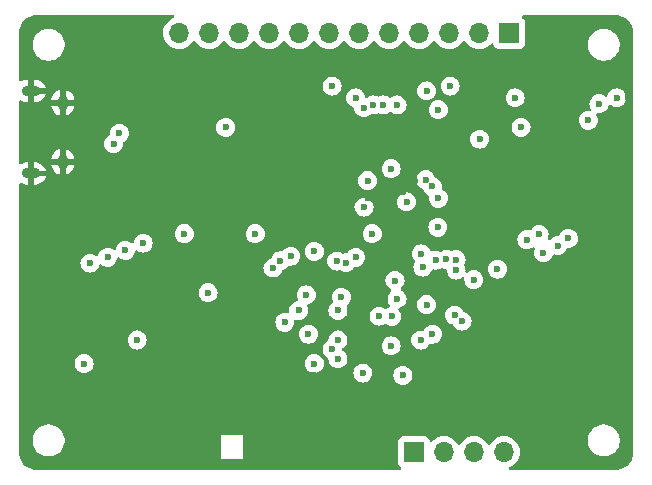
<source format=gbr>
%TF.GenerationSoftware,KiCad,Pcbnew,8.0.4*%
%TF.CreationDate,2024-08-04T16:14:02-04:00*%
%TF.ProjectId,board,626f6172-642e-46b6-9963-61645f706362,rev?*%
%TF.SameCoordinates,Original*%
%TF.FileFunction,Copper,L2,Inr*%
%TF.FilePolarity,Positive*%
%FSLAX46Y46*%
G04 Gerber Fmt 4.6, Leading zero omitted, Abs format (unit mm)*
G04 Created by KiCad (PCBNEW 8.0.4) date 2024-08-04 16:14:02*
%MOMM*%
%LPD*%
G01*
G04 APERTURE LIST*
%TA.AperFunction,ComponentPad*%
%ADD10R,1.700000X1.700000*%
%TD*%
%TA.AperFunction,ComponentPad*%
%ADD11O,1.700000X1.700000*%
%TD*%
%TA.AperFunction,ComponentPad*%
%ADD12O,1.550000X0.890000*%
%TD*%
%TA.AperFunction,ComponentPad*%
%ADD13O,0.950000X1.250000*%
%TD*%
%TA.AperFunction,ViaPad*%
%ADD14C,0.600000*%
%TD*%
G04 APERTURE END LIST*
D10*
%TO.N,Net-(J2-Pin_1)*%
%TO.C,J2*%
X75920000Y-64000000D03*
D11*
%TO.N,Net-(J2-Pin_2)*%
X78460000Y-64000000D03*
%TO.N,/BLE_SWCLK*%
X81000000Y-64000000D03*
%TO.N,/BLE_SWDIO*%
X83540000Y-64000000D03*
%TD*%
D10*
%TO.N,Net-(J3-Pin_1)*%
%TO.C,J3*%
X84000000Y-28500000D03*
D11*
%TO.N,Net-(J3-Pin_2)*%
X81460000Y-28500000D03*
%TO.N,Net-(J3-Pin_3)*%
X78920000Y-28500000D03*
%TO.N,Net-(J3-Pin_4)*%
X76380000Y-28500000D03*
%TO.N,Net-(J3-Pin_5)*%
X73840000Y-28500000D03*
%TO.N,Net-(J3-Pin_6)*%
X71300000Y-28500000D03*
%TO.N,Net-(J3-Pin_7)*%
X68760000Y-28500000D03*
%TO.N,Net-(J3-Pin_8)*%
X66220000Y-28500000D03*
%TO.N,unconnected-(J3-Pin_9-Pad9)*%
X63680000Y-28500000D03*
%TO.N,unconnected-(J3-Pin_10-Pad10)*%
X61140000Y-28500000D03*
%TO.N,unconnected-(J3-Pin_11-Pad11)*%
X58600000Y-28500000D03*
%TO.N,unconnected-(J3-Pin_12-Pad12)*%
X56060000Y-28500000D03*
%TD*%
D12*
%TO.N,GND*%
%TO.C,J4*%
X43500000Y-33400000D03*
D13*
X46200000Y-34400000D03*
X46200000Y-39400000D03*
D12*
X43500000Y-40400000D03*
%TD*%
D14*
%TO.N,GND*%
X76000000Y-41000000D03*
X71500000Y-52500000D03*
X64000000Y-50500000D03*
X47500000Y-44500000D03*
X82000000Y-49400000D03*
X77000000Y-43000000D03*
X53000000Y-37000000D03*
X72000000Y-42500000D03*
X75000000Y-42000000D03*
X57500000Y-63500000D03*
X73000000Y-58520000D03*
X71000000Y-38000000D03*
X58500000Y-56500000D03*
X47500000Y-58500000D03*
X66500000Y-44000000D03*
X58500000Y-35000000D03*
X43500000Y-32300000D03*
X94050000Y-33950000D03*
X43500000Y-41300000D03*
X48000000Y-38300000D03*
X79500000Y-51000000D03*
X67500000Y-57500000D03*
X82500000Y-56000000D03*
X84500000Y-31000000D03*
X79010000Y-46500000D03*
X63500000Y-63500000D03*
%TO.N,+3V3*%
X80000000Y-52900000D03*
X71600000Y-57300006D03*
X66825735Y-50674265D03*
X93100000Y-34000000D03*
X77000000Y-33400000D03*
X65000000Y-53000000D03*
X67500000Y-47000000D03*
X77764877Y-47745123D03*
X83000000Y-48500000D03*
X72400000Y-45500000D03*
X77000000Y-51500000D03*
X84500000Y-34000000D03*
X75304175Y-42810112D03*
X58500000Y-50500000D03*
X60000000Y-36500000D03*
%TO.N,+1V1*%
X71703866Y-43247251D03*
X56500000Y-45500000D03*
X67500000Y-56500000D03*
X75000000Y-57500000D03*
%TO.N,/BLE_SWCLK*%
X91600000Y-34500000D03*
%TO.N,/BLE_SWDIO*%
X90700000Y-35900000D03*
%TO.N,Net-(U1-QSPI_SS)*%
X85500000Y-46000000D03*
X71000000Y-34000000D03*
%TO.N,/RUN*%
X77500000Y-54000000D03*
X89000000Y-45900000D03*
%TO.N,Net-(J2-Pin_2)*%
X72977657Y-52477454D03*
%TO.N,Net-(J2-Pin_1)*%
X74043600Y-52510388D03*
%TO.N,Net-(U1-GPIO10)*%
X52500000Y-54500000D03*
X67000000Y-54000000D03*
%TO.N,Net-(U1-GPIO14)*%
X74000000Y-55000000D03*
X81500000Y-37500000D03*
X69000000Y-55300003D03*
X81000000Y-49400000D03*
X76500000Y-54500000D03*
X79375303Y-52400242D03*
%TO.N,Net-(U1-GPIO0)*%
X53000000Y-46300000D03*
X69387313Y-47815644D03*
%TO.N,Net-(U1-GPIO3)*%
X48500000Y-48000000D03*
X64000000Y-48400000D03*
%TO.N,Net-(U1-GPIO1)*%
X65500000Y-47400000D03*
X51500000Y-46900000D03*
%TO.N,/DIO2*%
X62500000Y-45500000D03*
X70175382Y-47953291D03*
%TO.N,/DIO5*%
X66171472Y-52000000D03*
X48000000Y-56500000D03*
%TO.N,Net-(U1-GPIO2)*%
X64624697Y-47800000D03*
X50000000Y-47500000D03*
%TO.N,Net-(J3-Pin_2)*%
X85000000Y-36500000D03*
X79000000Y-33000000D03*
X74328355Y-49468408D03*
X77954762Y-44954762D03*
%TO.N,Net-(J3-Pin_7)*%
X71674265Y-34825735D03*
X76551315Y-47206738D03*
%TO.N,Net-(J3-Pin_1)*%
X86523175Y-45567369D03*
X74500000Y-51000000D03*
X86900000Y-47099998D03*
%TO.N,Net-(J3-Pin_5)*%
X78679265Y-47679265D03*
X73348527Y-34600000D03*
%TO.N,Net-(J3-Pin_8)*%
X69000000Y-33000000D03*
X71000000Y-47500000D03*
%TO.N,Net-(J3-Pin_6)*%
X72500000Y-34600000D03*
X76684888Y-48335002D03*
%TO.N,Net-(J3-Pin_3)*%
X79500000Y-48582030D03*
X78000000Y-35000000D03*
%TO.N,Net-(J3-Pin_4)*%
X79500000Y-47707057D03*
X74500000Y-34600000D03*
%TO.N,Net-(U1-GPIO11)*%
X78000000Y-42500000D03*
X69500000Y-52000000D03*
%TO.N,Net-(U1-GPIO13)*%
X69500000Y-54500000D03*
X76934313Y-40934313D03*
%TO.N,Net-(U1-GPIO12)*%
X69775734Y-50875736D03*
X77500000Y-41500000D03*
%TO.N,/PB00*%
X69500000Y-56100006D03*
X88100000Y-46500000D03*
%TO.N,Net-(J4-D-)*%
X51000000Y-37000000D03*
X74000000Y-40000000D03*
%TO.N,Net-(J4-D+)*%
X50500000Y-37900000D03*
X72000000Y-41000000D03*
%TD*%
%TA.AperFunction,Conductor*%
%TO.N,GND*%
G36*
X55587843Y-27020185D02*
G01*
X55633598Y-27072989D01*
X55643542Y-27142147D01*
X55614517Y-27205703D01*
X55573209Y-27236881D01*
X55547564Y-27248839D01*
X55382171Y-27325964D01*
X55382169Y-27325965D01*
X55188597Y-27461505D01*
X55021505Y-27628597D01*
X54885965Y-27822169D01*
X54885964Y-27822171D01*
X54786098Y-28036335D01*
X54786094Y-28036344D01*
X54724938Y-28264586D01*
X54724936Y-28264596D01*
X54704341Y-28499999D01*
X54704341Y-28500000D01*
X54724936Y-28735403D01*
X54724938Y-28735413D01*
X54786094Y-28963655D01*
X54786096Y-28963659D01*
X54786097Y-28963663D01*
X54793740Y-28980053D01*
X54885965Y-29177830D01*
X54885967Y-29177834D01*
X54994281Y-29332521D01*
X55021505Y-29371401D01*
X55188599Y-29538495D01*
X55285384Y-29606265D01*
X55382165Y-29674032D01*
X55382167Y-29674033D01*
X55382170Y-29674035D01*
X55596337Y-29773903D01*
X55824592Y-29835063D01*
X56001034Y-29850500D01*
X56059999Y-29855659D01*
X56060000Y-29855659D01*
X56060001Y-29855659D01*
X56118966Y-29850500D01*
X56295408Y-29835063D01*
X56523663Y-29773903D01*
X56737830Y-29674035D01*
X56931401Y-29538495D01*
X57098495Y-29371401D01*
X57228425Y-29185842D01*
X57283002Y-29142217D01*
X57352500Y-29135023D01*
X57414855Y-29166546D01*
X57431575Y-29185842D01*
X57561500Y-29371395D01*
X57561505Y-29371401D01*
X57728599Y-29538495D01*
X57825384Y-29606265D01*
X57922165Y-29674032D01*
X57922167Y-29674033D01*
X57922170Y-29674035D01*
X58136337Y-29773903D01*
X58364592Y-29835063D01*
X58541034Y-29850500D01*
X58599999Y-29855659D01*
X58600000Y-29855659D01*
X58600001Y-29855659D01*
X58658966Y-29850500D01*
X58835408Y-29835063D01*
X59063663Y-29773903D01*
X59277830Y-29674035D01*
X59471401Y-29538495D01*
X59638495Y-29371401D01*
X59768425Y-29185842D01*
X59823002Y-29142217D01*
X59892500Y-29135023D01*
X59954855Y-29166546D01*
X59971575Y-29185842D01*
X60101500Y-29371395D01*
X60101505Y-29371401D01*
X60268599Y-29538495D01*
X60365384Y-29606265D01*
X60462165Y-29674032D01*
X60462167Y-29674033D01*
X60462170Y-29674035D01*
X60676337Y-29773903D01*
X60904592Y-29835063D01*
X61081034Y-29850500D01*
X61139999Y-29855659D01*
X61140000Y-29855659D01*
X61140001Y-29855659D01*
X61198966Y-29850500D01*
X61375408Y-29835063D01*
X61603663Y-29773903D01*
X61817830Y-29674035D01*
X62011401Y-29538495D01*
X62178495Y-29371401D01*
X62308425Y-29185842D01*
X62363002Y-29142217D01*
X62432500Y-29135023D01*
X62494855Y-29166546D01*
X62511575Y-29185842D01*
X62641500Y-29371395D01*
X62641505Y-29371401D01*
X62808599Y-29538495D01*
X62905384Y-29606265D01*
X63002165Y-29674032D01*
X63002167Y-29674033D01*
X63002170Y-29674035D01*
X63216337Y-29773903D01*
X63444592Y-29835063D01*
X63621034Y-29850500D01*
X63679999Y-29855659D01*
X63680000Y-29855659D01*
X63680001Y-29855659D01*
X63738966Y-29850500D01*
X63915408Y-29835063D01*
X64143663Y-29773903D01*
X64357830Y-29674035D01*
X64551401Y-29538495D01*
X64718495Y-29371401D01*
X64848425Y-29185842D01*
X64903002Y-29142217D01*
X64972500Y-29135023D01*
X65034855Y-29166546D01*
X65051575Y-29185842D01*
X65181500Y-29371395D01*
X65181505Y-29371401D01*
X65348599Y-29538495D01*
X65445384Y-29606265D01*
X65542165Y-29674032D01*
X65542167Y-29674033D01*
X65542170Y-29674035D01*
X65756337Y-29773903D01*
X65984592Y-29835063D01*
X66161034Y-29850500D01*
X66219999Y-29855659D01*
X66220000Y-29855659D01*
X66220001Y-29855659D01*
X66278966Y-29850500D01*
X66455408Y-29835063D01*
X66683663Y-29773903D01*
X66897830Y-29674035D01*
X67091401Y-29538495D01*
X67258495Y-29371401D01*
X67388425Y-29185842D01*
X67443002Y-29142217D01*
X67512500Y-29135023D01*
X67574855Y-29166546D01*
X67591575Y-29185842D01*
X67721500Y-29371395D01*
X67721505Y-29371401D01*
X67888599Y-29538495D01*
X67985384Y-29606265D01*
X68082165Y-29674032D01*
X68082167Y-29674033D01*
X68082170Y-29674035D01*
X68296337Y-29773903D01*
X68524592Y-29835063D01*
X68701034Y-29850500D01*
X68759999Y-29855659D01*
X68760000Y-29855659D01*
X68760001Y-29855659D01*
X68818966Y-29850500D01*
X68995408Y-29835063D01*
X69223663Y-29773903D01*
X69437830Y-29674035D01*
X69631401Y-29538495D01*
X69798495Y-29371401D01*
X69928425Y-29185842D01*
X69983002Y-29142217D01*
X70052500Y-29135023D01*
X70114855Y-29166546D01*
X70131575Y-29185842D01*
X70261500Y-29371395D01*
X70261505Y-29371401D01*
X70428599Y-29538495D01*
X70525384Y-29606265D01*
X70622165Y-29674032D01*
X70622167Y-29674033D01*
X70622170Y-29674035D01*
X70836337Y-29773903D01*
X71064592Y-29835063D01*
X71241034Y-29850500D01*
X71299999Y-29855659D01*
X71300000Y-29855659D01*
X71300001Y-29855659D01*
X71358966Y-29850500D01*
X71535408Y-29835063D01*
X71763663Y-29773903D01*
X71977830Y-29674035D01*
X72171401Y-29538495D01*
X72338495Y-29371401D01*
X72468425Y-29185842D01*
X72523002Y-29142217D01*
X72592500Y-29135023D01*
X72654855Y-29166546D01*
X72671575Y-29185842D01*
X72801500Y-29371395D01*
X72801505Y-29371401D01*
X72968599Y-29538495D01*
X73065384Y-29606265D01*
X73162165Y-29674032D01*
X73162167Y-29674033D01*
X73162170Y-29674035D01*
X73376337Y-29773903D01*
X73604592Y-29835063D01*
X73781034Y-29850500D01*
X73839999Y-29855659D01*
X73840000Y-29855659D01*
X73840001Y-29855659D01*
X73898966Y-29850500D01*
X74075408Y-29835063D01*
X74303663Y-29773903D01*
X74517830Y-29674035D01*
X74711401Y-29538495D01*
X74878495Y-29371401D01*
X75008425Y-29185842D01*
X75063002Y-29142217D01*
X75132500Y-29135023D01*
X75194855Y-29166546D01*
X75211575Y-29185842D01*
X75341500Y-29371395D01*
X75341505Y-29371401D01*
X75508599Y-29538495D01*
X75605384Y-29606265D01*
X75702165Y-29674032D01*
X75702167Y-29674033D01*
X75702170Y-29674035D01*
X75916337Y-29773903D01*
X76144592Y-29835063D01*
X76321034Y-29850500D01*
X76379999Y-29855659D01*
X76380000Y-29855659D01*
X76380001Y-29855659D01*
X76438966Y-29850500D01*
X76615408Y-29835063D01*
X76843663Y-29773903D01*
X77057830Y-29674035D01*
X77251401Y-29538495D01*
X77418495Y-29371401D01*
X77548425Y-29185842D01*
X77603002Y-29142217D01*
X77672500Y-29135023D01*
X77734855Y-29166546D01*
X77751575Y-29185842D01*
X77881500Y-29371395D01*
X77881505Y-29371401D01*
X78048599Y-29538495D01*
X78145384Y-29606265D01*
X78242165Y-29674032D01*
X78242167Y-29674033D01*
X78242170Y-29674035D01*
X78456337Y-29773903D01*
X78684592Y-29835063D01*
X78861034Y-29850500D01*
X78919999Y-29855659D01*
X78920000Y-29855659D01*
X78920001Y-29855659D01*
X78978966Y-29850500D01*
X79155408Y-29835063D01*
X79383663Y-29773903D01*
X79597830Y-29674035D01*
X79791401Y-29538495D01*
X79958495Y-29371401D01*
X80088425Y-29185842D01*
X80143002Y-29142217D01*
X80212500Y-29135023D01*
X80274855Y-29166546D01*
X80291575Y-29185842D01*
X80421500Y-29371395D01*
X80421505Y-29371401D01*
X80588599Y-29538495D01*
X80685384Y-29606265D01*
X80782165Y-29674032D01*
X80782167Y-29674033D01*
X80782170Y-29674035D01*
X80996337Y-29773903D01*
X81224592Y-29835063D01*
X81401034Y-29850500D01*
X81459999Y-29855659D01*
X81460000Y-29855659D01*
X81460001Y-29855659D01*
X81518966Y-29850500D01*
X81695408Y-29835063D01*
X81923663Y-29773903D01*
X82137830Y-29674035D01*
X82331401Y-29538495D01*
X82453329Y-29416566D01*
X82514648Y-29383084D01*
X82584340Y-29388068D01*
X82640274Y-29429939D01*
X82657189Y-29460917D01*
X82706202Y-29592328D01*
X82706206Y-29592335D01*
X82792452Y-29707544D01*
X82792455Y-29707547D01*
X82907664Y-29793793D01*
X82907671Y-29793797D01*
X83042517Y-29844091D01*
X83042516Y-29844091D01*
X83049444Y-29844835D01*
X83102127Y-29850500D01*
X84897872Y-29850499D01*
X84957483Y-29844091D01*
X85092331Y-29793796D01*
X85207546Y-29707546D01*
X85293796Y-29592331D01*
X85344091Y-29457483D01*
X85350500Y-29397873D01*
X85350500Y-29393399D01*
X90645500Y-29393399D01*
X90645500Y-29606600D01*
X90678853Y-29817180D01*
X90678853Y-29817183D01*
X90744734Y-30019944D01*
X90744736Y-30019947D01*
X90841528Y-30209913D01*
X90966846Y-30382397D01*
X91117603Y-30533154D01*
X91290087Y-30658472D01*
X91480053Y-30755264D01*
X91480055Y-30755265D01*
X91669182Y-30816715D01*
X91682821Y-30821147D01*
X91893399Y-30854500D01*
X91893400Y-30854500D01*
X92106600Y-30854500D01*
X92106601Y-30854500D01*
X92317179Y-30821147D01*
X92317182Y-30821146D01*
X92317183Y-30821146D01*
X92519944Y-30755265D01*
X92519944Y-30755264D01*
X92519947Y-30755264D01*
X92709913Y-30658472D01*
X92882397Y-30533154D01*
X93033154Y-30382397D01*
X93158472Y-30209913D01*
X93255264Y-30019947D01*
X93308644Y-29855659D01*
X93321146Y-29817183D01*
X93321146Y-29817182D01*
X93321147Y-29817179D01*
X93354500Y-29606601D01*
X93354500Y-29393399D01*
X93321147Y-29182821D01*
X93321146Y-29182817D01*
X93321146Y-29182816D01*
X93255265Y-28980055D01*
X93255263Y-28980052D01*
X93246913Y-28963663D01*
X93158472Y-28790087D01*
X93033154Y-28617603D01*
X92882397Y-28466846D01*
X92709913Y-28341528D01*
X92519947Y-28244736D01*
X92519944Y-28244734D01*
X92317181Y-28178853D01*
X92176793Y-28156617D01*
X92106601Y-28145500D01*
X91893399Y-28145500D01*
X91823206Y-28156617D01*
X91682819Y-28178853D01*
X91682816Y-28178853D01*
X91480055Y-28244734D01*
X91480052Y-28244736D01*
X91290086Y-28341528D01*
X91117601Y-28466847D01*
X90966847Y-28617601D01*
X90841528Y-28790086D01*
X90744736Y-28980052D01*
X90744734Y-28980055D01*
X90678853Y-29182816D01*
X90678853Y-29182819D01*
X90645500Y-29393399D01*
X85350500Y-29393399D01*
X85350499Y-27602128D01*
X85344091Y-27542517D01*
X85342810Y-27539083D01*
X85293797Y-27407671D01*
X85293793Y-27407664D01*
X85207547Y-27292455D01*
X85207544Y-27292452D01*
X85115792Y-27223766D01*
X85073921Y-27167832D01*
X85068937Y-27098141D01*
X85102423Y-27036818D01*
X85163746Y-27003334D01*
X85190103Y-27000500D01*
X92934108Y-27000500D01*
X92995572Y-27000500D01*
X93004418Y-27000816D01*
X93204561Y-27015130D01*
X93222063Y-27017647D01*
X93413797Y-27059355D01*
X93430755Y-27064334D01*
X93589426Y-27123516D01*
X93614609Y-27132909D01*
X93630701Y-27140259D01*
X93802904Y-27234288D01*
X93817784Y-27243849D01*
X93974867Y-27361441D01*
X93988237Y-27373027D01*
X94126972Y-27511762D01*
X94138558Y-27525132D01*
X94216011Y-27628597D01*
X94256146Y-27682210D01*
X94265711Y-27697095D01*
X94359740Y-27869298D01*
X94367090Y-27885390D01*
X94435662Y-28069236D01*
X94440646Y-28086212D01*
X94482351Y-28277931D01*
X94484869Y-28295442D01*
X94499184Y-28495580D01*
X94499500Y-28504427D01*
X94499500Y-63995572D01*
X94499184Y-64004419D01*
X94484869Y-64204557D01*
X94482351Y-64222068D01*
X94440646Y-64413787D01*
X94435662Y-64430763D01*
X94367090Y-64614609D01*
X94359740Y-64630701D01*
X94265711Y-64802904D01*
X94256146Y-64817789D01*
X94138558Y-64974867D01*
X94126972Y-64988237D01*
X93988237Y-65126972D01*
X93974867Y-65138558D01*
X93817789Y-65256146D01*
X93802904Y-65265711D01*
X93630701Y-65359740D01*
X93614609Y-65367090D01*
X93430763Y-65435662D01*
X93413787Y-65440646D01*
X93222068Y-65482351D01*
X93204557Y-65484869D01*
X93023779Y-65497799D01*
X93004417Y-65499184D01*
X92995572Y-65499500D01*
X84079196Y-65499500D01*
X84012157Y-65479815D01*
X83966402Y-65427011D01*
X83956458Y-65357853D01*
X83985483Y-65294297D01*
X84026791Y-65263118D01*
X84030347Y-65261460D01*
X84217830Y-65174035D01*
X84411401Y-65038495D01*
X84578495Y-64871401D01*
X84714035Y-64677830D01*
X84813903Y-64463663D01*
X84875063Y-64235408D01*
X84895659Y-64000000D01*
X84875063Y-63764592D01*
X84813903Y-63536337D01*
X84714035Y-63322171D01*
X84710543Y-63317183D01*
X84578494Y-63128597D01*
X84411402Y-62961506D01*
X84411395Y-62961501D01*
X84314136Y-62893399D01*
X90645500Y-62893399D01*
X90645500Y-63106601D01*
X90648984Y-63128597D01*
X90678853Y-63317180D01*
X90678853Y-63317183D01*
X90744734Y-63519944D01*
X90744736Y-63519947D01*
X90841528Y-63709913D01*
X90966846Y-63882397D01*
X91117603Y-64033154D01*
X91290087Y-64158472D01*
X91480053Y-64255264D01*
X91480055Y-64255265D01*
X91669182Y-64316715D01*
X91682821Y-64321147D01*
X91893399Y-64354500D01*
X91893400Y-64354500D01*
X92106600Y-64354500D01*
X92106601Y-64354500D01*
X92317179Y-64321147D01*
X92317182Y-64321146D01*
X92317183Y-64321146D01*
X92519944Y-64255265D01*
X92519944Y-64255264D01*
X92519947Y-64255264D01*
X92709913Y-64158472D01*
X92882397Y-64033154D01*
X93033154Y-63882397D01*
X93158472Y-63709913D01*
X93255264Y-63519947D01*
X93321147Y-63317179D01*
X93354500Y-63106601D01*
X93354500Y-62893399D01*
X93321147Y-62682821D01*
X93321146Y-62682817D01*
X93321146Y-62682816D01*
X93255265Y-62480055D01*
X93255263Y-62480052D01*
X93158471Y-62290086D01*
X93033154Y-62117603D01*
X92882397Y-61966846D01*
X92709913Y-61841528D01*
X92519947Y-61744736D01*
X92519944Y-61744734D01*
X92317181Y-61678853D01*
X92176793Y-61656617D01*
X92106601Y-61645500D01*
X91893399Y-61645500D01*
X91823206Y-61656617D01*
X91682819Y-61678853D01*
X91682816Y-61678853D01*
X91480055Y-61744734D01*
X91480052Y-61744736D01*
X91290086Y-61841528D01*
X91117601Y-61966847D01*
X90966847Y-62117601D01*
X90841528Y-62290086D01*
X90744736Y-62480052D01*
X90744734Y-62480055D01*
X90678853Y-62682816D01*
X90678853Y-62682819D01*
X90671998Y-62726098D01*
X90645500Y-62893399D01*
X84314136Y-62893399D01*
X84217834Y-62825967D01*
X84217830Y-62825965D01*
X84217828Y-62825964D01*
X84003663Y-62726097D01*
X84003659Y-62726096D01*
X84003655Y-62726094D01*
X83775413Y-62664938D01*
X83775403Y-62664936D01*
X83540001Y-62644341D01*
X83539999Y-62644341D01*
X83304596Y-62664936D01*
X83304586Y-62664938D01*
X83076344Y-62726094D01*
X83076335Y-62726098D01*
X82862171Y-62825964D01*
X82862169Y-62825965D01*
X82668597Y-62961505D01*
X82501505Y-63128597D01*
X82371575Y-63314158D01*
X82316998Y-63357783D01*
X82247500Y-63364977D01*
X82185145Y-63333454D01*
X82168425Y-63314158D01*
X82038494Y-63128597D01*
X81871402Y-62961506D01*
X81871395Y-62961501D01*
X81677834Y-62825967D01*
X81677830Y-62825965D01*
X81677828Y-62825964D01*
X81463663Y-62726097D01*
X81463659Y-62726096D01*
X81463655Y-62726094D01*
X81235413Y-62664938D01*
X81235403Y-62664936D01*
X81000001Y-62644341D01*
X80999999Y-62644341D01*
X80764596Y-62664936D01*
X80764586Y-62664938D01*
X80536344Y-62726094D01*
X80536335Y-62726098D01*
X80322171Y-62825964D01*
X80322169Y-62825965D01*
X80128597Y-62961505D01*
X79961505Y-63128597D01*
X79831575Y-63314158D01*
X79776998Y-63357783D01*
X79707500Y-63364977D01*
X79645145Y-63333454D01*
X79628425Y-63314158D01*
X79498494Y-63128597D01*
X79331402Y-62961506D01*
X79331395Y-62961501D01*
X79137834Y-62825967D01*
X79137830Y-62825965D01*
X79137828Y-62825964D01*
X78923663Y-62726097D01*
X78923659Y-62726096D01*
X78923655Y-62726094D01*
X78695413Y-62664938D01*
X78695403Y-62664936D01*
X78460001Y-62644341D01*
X78459999Y-62644341D01*
X78224596Y-62664936D01*
X78224586Y-62664938D01*
X77996344Y-62726094D01*
X77996335Y-62726098D01*
X77782171Y-62825964D01*
X77782169Y-62825965D01*
X77588600Y-62961503D01*
X77466673Y-63083430D01*
X77405350Y-63116914D01*
X77335658Y-63111930D01*
X77279725Y-63070058D01*
X77262810Y-63039081D01*
X77213797Y-62907671D01*
X77213793Y-62907664D01*
X77127547Y-62792455D01*
X77127544Y-62792452D01*
X77012335Y-62706206D01*
X77012328Y-62706202D01*
X76877482Y-62655908D01*
X76877483Y-62655908D01*
X76817883Y-62649501D01*
X76817881Y-62649500D01*
X76817873Y-62649500D01*
X76817864Y-62649500D01*
X75022129Y-62649500D01*
X75022123Y-62649501D01*
X74962516Y-62655908D01*
X74827671Y-62706202D01*
X74827664Y-62706206D01*
X74712455Y-62792452D01*
X74712452Y-62792455D01*
X74626206Y-62907664D01*
X74626202Y-62907671D01*
X74575908Y-63042517D01*
X74569501Y-63102116D01*
X74569500Y-63102135D01*
X74569500Y-64897870D01*
X74569501Y-64897876D01*
X74575908Y-64957483D01*
X74626202Y-65092328D01*
X74626206Y-65092335D01*
X74712452Y-65207544D01*
X74712455Y-65207547D01*
X74804208Y-65276234D01*
X74846079Y-65332168D01*
X74851063Y-65401859D01*
X74817577Y-65463182D01*
X74756254Y-65496666D01*
X74729897Y-65499500D01*
X44004428Y-65499500D01*
X43995582Y-65499184D01*
X43973622Y-65497613D01*
X43795442Y-65484869D01*
X43777931Y-65482351D01*
X43586212Y-65440646D01*
X43569236Y-65435662D01*
X43385390Y-65367090D01*
X43369298Y-65359740D01*
X43197095Y-65265711D01*
X43182210Y-65256146D01*
X43117288Y-65207546D01*
X43025132Y-65138558D01*
X43011762Y-65126972D01*
X42873027Y-64988237D01*
X42861441Y-64974867D01*
X42850998Y-64960917D01*
X42743849Y-64817784D01*
X42734288Y-64802904D01*
X42640259Y-64630701D01*
X42632909Y-64614609D01*
X42627460Y-64600000D01*
X59575000Y-64600000D01*
X61475000Y-64600000D01*
X61475000Y-62510000D01*
X59575000Y-62510000D01*
X59575000Y-64600000D01*
X42627460Y-64600000D01*
X42576609Y-64463664D01*
X42564334Y-64430755D01*
X42559355Y-64413797D01*
X42517647Y-64222063D01*
X42515130Y-64204556D01*
X42500816Y-64004418D01*
X42500500Y-63995572D01*
X42500500Y-62893399D01*
X43645500Y-62893399D01*
X43645500Y-63106601D01*
X43648984Y-63128597D01*
X43678853Y-63317180D01*
X43678853Y-63317183D01*
X43744734Y-63519944D01*
X43744736Y-63519947D01*
X43841528Y-63709913D01*
X43966846Y-63882397D01*
X44117603Y-64033154D01*
X44290087Y-64158472D01*
X44480053Y-64255264D01*
X44480055Y-64255265D01*
X44669182Y-64316715D01*
X44682821Y-64321147D01*
X44893399Y-64354500D01*
X44893400Y-64354500D01*
X45106600Y-64354500D01*
X45106601Y-64354500D01*
X45317179Y-64321147D01*
X45317182Y-64321146D01*
X45317183Y-64321146D01*
X45519944Y-64255265D01*
X45519944Y-64255264D01*
X45519947Y-64255264D01*
X45709913Y-64158472D01*
X45882397Y-64033154D01*
X46033154Y-63882397D01*
X46158472Y-63709913D01*
X46255264Y-63519947D01*
X46321147Y-63317179D01*
X46354500Y-63106601D01*
X46354500Y-62893399D01*
X46321147Y-62682821D01*
X46321146Y-62682817D01*
X46321146Y-62682816D01*
X46255265Y-62480055D01*
X46255263Y-62480052D01*
X46158471Y-62290086D01*
X46033154Y-62117603D01*
X45882397Y-61966846D01*
X45709913Y-61841528D01*
X45519947Y-61744736D01*
X45519944Y-61744734D01*
X45317181Y-61678853D01*
X45176793Y-61656617D01*
X45106601Y-61645500D01*
X44893399Y-61645500D01*
X44823206Y-61656617D01*
X44682819Y-61678853D01*
X44682816Y-61678853D01*
X44480055Y-61744734D01*
X44480052Y-61744736D01*
X44290086Y-61841528D01*
X44117601Y-61966847D01*
X43966847Y-62117601D01*
X43841528Y-62290086D01*
X43744736Y-62480052D01*
X43744734Y-62480055D01*
X43678853Y-62682816D01*
X43678853Y-62682819D01*
X43671998Y-62726098D01*
X43645500Y-62893399D01*
X42500500Y-62893399D01*
X42500500Y-56499996D01*
X47194435Y-56499996D01*
X47194435Y-56500003D01*
X47214630Y-56679249D01*
X47214631Y-56679254D01*
X47274211Y-56849523D01*
X47367341Y-56997737D01*
X47370184Y-57002262D01*
X47497738Y-57129816D01*
X47650478Y-57225789D01*
X47820745Y-57285368D01*
X47820750Y-57285369D01*
X47999996Y-57305565D01*
X48000000Y-57305565D01*
X48000004Y-57305565D01*
X48179249Y-57285369D01*
X48179252Y-57285368D01*
X48179255Y-57285368D01*
X48349522Y-57225789D01*
X48502262Y-57129816D01*
X48629816Y-57002262D01*
X48725789Y-56849522D01*
X48785368Y-56679255D01*
X48785369Y-56679249D01*
X48805565Y-56500003D01*
X48805565Y-56499996D01*
X66694435Y-56499996D01*
X66694435Y-56500003D01*
X66714630Y-56679249D01*
X66714631Y-56679254D01*
X66774211Y-56849523D01*
X66867341Y-56997737D01*
X66870184Y-57002262D01*
X66997738Y-57129816D01*
X67150478Y-57225789D01*
X67320745Y-57285368D01*
X67320750Y-57285369D01*
X67499996Y-57305565D01*
X67500000Y-57305565D01*
X67500004Y-57305565D01*
X67549377Y-57300002D01*
X70794435Y-57300002D01*
X70794435Y-57300009D01*
X70814630Y-57479255D01*
X70814631Y-57479260D01*
X70874211Y-57649529D01*
X70970184Y-57802268D01*
X71097738Y-57929822D01*
X71250478Y-58025795D01*
X71420745Y-58085374D01*
X71420750Y-58085375D01*
X71599996Y-58105571D01*
X71600000Y-58105571D01*
X71600004Y-58105571D01*
X71779249Y-58085375D01*
X71779252Y-58085374D01*
X71779255Y-58085374D01*
X71949522Y-58025795D01*
X72102262Y-57929822D01*
X72229816Y-57802268D01*
X72325789Y-57649528D01*
X72378113Y-57499996D01*
X74194435Y-57499996D01*
X74194435Y-57500003D01*
X74214630Y-57679249D01*
X74214631Y-57679254D01*
X74274211Y-57849523D01*
X74324666Y-57929821D01*
X74370184Y-58002262D01*
X74497738Y-58129816D01*
X74650478Y-58225789D01*
X74820745Y-58285368D01*
X74820750Y-58285369D01*
X74999996Y-58305565D01*
X75000000Y-58305565D01*
X75000004Y-58305565D01*
X75179249Y-58285369D01*
X75179252Y-58285368D01*
X75179255Y-58285368D01*
X75349522Y-58225789D01*
X75502262Y-58129816D01*
X75629816Y-58002262D01*
X75725789Y-57849522D01*
X75785368Y-57679255D01*
X75785369Y-57679249D01*
X75805565Y-57500003D01*
X75805565Y-57499996D01*
X75785369Y-57320750D01*
X75785368Y-57320745D01*
X75725788Y-57150476D01*
X75686582Y-57088080D01*
X75629816Y-56997738D01*
X75502262Y-56870184D01*
X75469379Y-56849522D01*
X75349523Y-56774211D01*
X75179254Y-56714631D01*
X75179249Y-56714630D01*
X75000004Y-56694435D01*
X74999996Y-56694435D01*
X74820750Y-56714630D01*
X74820745Y-56714631D01*
X74650476Y-56774211D01*
X74497737Y-56870184D01*
X74370184Y-56997737D01*
X74274211Y-57150476D01*
X74214631Y-57320745D01*
X74214630Y-57320750D01*
X74194435Y-57499996D01*
X72378113Y-57499996D01*
X72385368Y-57479261D01*
X72403228Y-57320750D01*
X72405565Y-57300009D01*
X72405565Y-57300002D01*
X72385369Y-57120756D01*
X72385368Y-57120751D01*
X72342324Y-56997738D01*
X72325789Y-56950484D01*
X72229816Y-56797744D01*
X72102262Y-56670190D01*
X71949523Y-56574217D01*
X71779254Y-56514637D01*
X71779249Y-56514636D01*
X71600004Y-56494441D01*
X71599996Y-56494441D01*
X71420750Y-56514636D01*
X71420745Y-56514637D01*
X71250476Y-56574217D01*
X71097737Y-56670190D01*
X70970184Y-56797743D01*
X70874211Y-56950482D01*
X70814631Y-57120751D01*
X70814630Y-57120756D01*
X70794435Y-57300002D01*
X67549377Y-57300002D01*
X67679249Y-57285369D01*
X67679252Y-57285368D01*
X67679255Y-57285368D01*
X67849522Y-57225789D01*
X68002262Y-57129816D01*
X68129816Y-57002262D01*
X68225789Y-56849522D01*
X68285368Y-56679255D01*
X68285369Y-56679249D01*
X68305565Y-56500003D01*
X68305565Y-56499996D01*
X68285369Y-56320750D01*
X68285368Y-56320745D01*
X68225788Y-56150476D01*
X68158510Y-56043404D01*
X68129816Y-55997738D01*
X68002262Y-55870184D01*
X67894170Y-55802265D01*
X67849523Y-55774211D01*
X67679254Y-55714631D01*
X67679249Y-55714630D01*
X67500004Y-55694435D01*
X67499996Y-55694435D01*
X67320750Y-55714630D01*
X67320745Y-55714631D01*
X67150476Y-55774211D01*
X66997737Y-55870184D01*
X66870184Y-55997737D01*
X66774211Y-56150476D01*
X66714631Y-56320745D01*
X66714630Y-56320750D01*
X66694435Y-56499996D01*
X48805565Y-56499996D01*
X48785369Y-56320750D01*
X48785368Y-56320745D01*
X48725788Y-56150476D01*
X48658510Y-56043404D01*
X48629816Y-55997738D01*
X48502262Y-55870184D01*
X48394170Y-55802265D01*
X48349523Y-55774211D01*
X48179254Y-55714631D01*
X48179249Y-55714630D01*
X48000004Y-55694435D01*
X47999996Y-55694435D01*
X47820750Y-55714630D01*
X47820745Y-55714631D01*
X47650476Y-55774211D01*
X47497737Y-55870184D01*
X47370184Y-55997737D01*
X47274211Y-56150476D01*
X47214631Y-56320745D01*
X47214630Y-56320750D01*
X47194435Y-56499996D01*
X42500500Y-56499996D01*
X42500500Y-54499996D01*
X51694435Y-54499996D01*
X51694435Y-54500003D01*
X51714630Y-54679249D01*
X51714631Y-54679254D01*
X51774211Y-54849523D01*
X51837648Y-54950481D01*
X51870184Y-55002262D01*
X51997738Y-55129816D01*
X52150478Y-55225789D01*
X52315712Y-55283607D01*
X52320745Y-55285368D01*
X52320750Y-55285369D01*
X52499996Y-55305565D01*
X52500000Y-55305565D01*
X52500004Y-55305565D01*
X52549404Y-55299999D01*
X68194435Y-55299999D01*
X68194435Y-55300006D01*
X68214630Y-55479252D01*
X68214631Y-55479257D01*
X68274211Y-55649526D01*
X68370184Y-55802265D01*
X68497738Y-55929819D01*
X68638222Y-56018091D01*
X68684513Y-56070426D01*
X68695470Y-56109201D01*
X68714630Y-56279256D01*
X68714631Y-56279260D01*
X68774211Y-56449529D01*
X68815122Y-56514638D01*
X68870184Y-56602268D01*
X68997738Y-56729822D01*
X69068383Y-56774211D01*
X69105833Y-56797743D01*
X69150478Y-56825795D01*
X69320745Y-56885374D01*
X69320750Y-56885375D01*
X69499996Y-56905571D01*
X69500000Y-56905571D01*
X69500004Y-56905571D01*
X69679249Y-56885375D01*
X69679252Y-56885374D01*
X69679255Y-56885374D01*
X69849522Y-56825795D01*
X70002262Y-56729822D01*
X70129816Y-56602268D01*
X70225789Y-56449528D01*
X70285368Y-56279261D01*
X70285369Y-56279255D01*
X70305565Y-56100009D01*
X70305565Y-56100002D01*
X70285369Y-55920756D01*
X70285368Y-55920751D01*
X70267674Y-55870184D01*
X70225789Y-55750484D01*
X70210271Y-55725788D01*
X70149968Y-55629816D01*
X70129816Y-55597744D01*
X70002262Y-55470190D01*
X70002256Y-55470185D01*
X69898507Y-55404995D01*
X69852216Y-55352661D01*
X69841568Y-55283607D01*
X69869943Y-55219759D01*
X69898503Y-55195011D01*
X70002262Y-55129816D01*
X70129816Y-55002262D01*
X70131240Y-54999996D01*
X73194435Y-54999996D01*
X73194435Y-55000003D01*
X73214630Y-55179249D01*
X73214631Y-55179254D01*
X73274211Y-55349523D01*
X73309067Y-55404995D01*
X73370184Y-55502262D01*
X73497738Y-55629816D01*
X73588080Y-55686582D01*
X73632721Y-55714632D01*
X73650478Y-55725789D01*
X73788860Y-55774211D01*
X73820745Y-55785368D01*
X73820750Y-55785369D01*
X73999996Y-55805565D01*
X74000000Y-55805565D01*
X74000004Y-55805565D01*
X74179249Y-55785369D01*
X74179252Y-55785368D01*
X74179255Y-55785368D01*
X74349522Y-55725789D01*
X74502262Y-55629816D01*
X74629816Y-55502262D01*
X74725789Y-55349522D01*
X74785368Y-55179255D01*
X74785369Y-55179249D01*
X74805565Y-55000003D01*
X74805565Y-54999996D01*
X74785369Y-54820750D01*
X74785368Y-54820745D01*
X74772989Y-54785368D01*
X74725789Y-54650478D01*
X74631235Y-54499996D01*
X75694435Y-54499996D01*
X75694435Y-54500003D01*
X75714630Y-54679249D01*
X75714631Y-54679254D01*
X75774211Y-54849523D01*
X75837648Y-54950481D01*
X75870184Y-55002262D01*
X75997738Y-55129816D01*
X76150478Y-55225789D01*
X76315712Y-55283607D01*
X76320745Y-55285368D01*
X76320750Y-55285369D01*
X76499996Y-55305565D01*
X76500000Y-55305565D01*
X76500004Y-55305565D01*
X76679249Y-55285369D01*
X76679252Y-55285368D01*
X76679255Y-55285368D01*
X76849522Y-55225789D01*
X77002262Y-55129816D01*
X77129816Y-55002262D01*
X77225789Y-54849522D01*
X77225789Y-54849519D01*
X77228259Y-54845590D01*
X77280594Y-54799299D01*
X77347136Y-54788342D01*
X77499996Y-54805565D01*
X77500000Y-54805565D01*
X77500004Y-54805565D01*
X77679249Y-54785369D01*
X77679252Y-54785368D01*
X77679255Y-54785368D01*
X77849522Y-54725789D01*
X78002262Y-54629816D01*
X78129816Y-54502262D01*
X78225789Y-54349522D01*
X78285368Y-54179255D01*
X78285369Y-54179249D01*
X78305565Y-54000003D01*
X78305565Y-53999996D01*
X78285369Y-53820750D01*
X78285368Y-53820745D01*
X78269085Y-53774211D01*
X78225789Y-53650478D01*
X78129816Y-53497738D01*
X78002262Y-53370184D01*
X77969379Y-53349522D01*
X77849523Y-53274211D01*
X77679254Y-53214631D01*
X77679249Y-53214630D01*
X77500004Y-53194435D01*
X77499996Y-53194435D01*
X77320750Y-53214630D01*
X77320745Y-53214631D01*
X77150476Y-53274211D01*
X76997737Y-53370184D01*
X76870182Y-53497739D01*
X76771739Y-53654410D01*
X76719405Y-53700700D01*
X76652863Y-53711657D01*
X76500004Y-53694435D01*
X76499996Y-53694435D01*
X76320750Y-53714630D01*
X76320745Y-53714631D01*
X76150476Y-53774211D01*
X75997737Y-53870184D01*
X75870184Y-53997737D01*
X75774211Y-54150476D01*
X75714631Y-54320745D01*
X75714630Y-54320750D01*
X75694435Y-54499996D01*
X74631235Y-54499996D01*
X74629816Y-54497738D01*
X74502262Y-54370184D01*
X74469379Y-54349522D01*
X74349523Y-54274211D01*
X74179254Y-54214631D01*
X74179249Y-54214630D01*
X74000004Y-54194435D01*
X73999996Y-54194435D01*
X73820750Y-54214630D01*
X73820745Y-54214631D01*
X73650476Y-54274211D01*
X73497737Y-54370184D01*
X73370184Y-54497737D01*
X73274211Y-54650476D01*
X73214631Y-54820745D01*
X73214630Y-54820750D01*
X73194435Y-54999996D01*
X70131240Y-54999996D01*
X70225789Y-54849522D01*
X70285368Y-54679255D01*
X70286390Y-54670185D01*
X70305565Y-54500003D01*
X70305565Y-54499996D01*
X70285369Y-54320750D01*
X70285368Y-54320745D01*
X70241170Y-54194435D01*
X70225789Y-54150478D01*
X70129816Y-53997738D01*
X70002262Y-53870184D01*
X69849523Y-53774211D01*
X69679254Y-53714631D01*
X69679249Y-53714630D01*
X69500004Y-53694435D01*
X69499996Y-53694435D01*
X69320750Y-53714630D01*
X69320745Y-53714631D01*
X69150476Y-53774211D01*
X68997737Y-53870184D01*
X68870184Y-53997737D01*
X68774211Y-54150476D01*
X68714631Y-54320745D01*
X68714630Y-54320749D01*
X68695470Y-54490804D01*
X68668403Y-54555218D01*
X68638223Y-54581913D01*
X68497739Y-54670185D01*
X68370184Y-54797740D01*
X68274211Y-54950479D01*
X68214631Y-55120748D01*
X68214630Y-55120753D01*
X68194435Y-55299999D01*
X52549404Y-55299999D01*
X52679249Y-55285369D01*
X52679252Y-55285368D01*
X52679255Y-55285368D01*
X52849522Y-55225789D01*
X53002262Y-55129816D01*
X53129816Y-55002262D01*
X53225789Y-54849522D01*
X53285368Y-54679255D01*
X53286390Y-54670185D01*
X53305565Y-54500003D01*
X53305565Y-54499996D01*
X53285369Y-54320750D01*
X53285368Y-54320745D01*
X53241170Y-54194435D01*
X53225789Y-54150478D01*
X53131235Y-53999996D01*
X66194435Y-53999996D01*
X66194435Y-54000003D01*
X66214630Y-54179249D01*
X66214631Y-54179254D01*
X66274211Y-54349523D01*
X66362984Y-54490804D01*
X66370184Y-54502262D01*
X66497738Y-54629816D01*
X66650478Y-54725789D01*
X66820745Y-54785368D01*
X66820750Y-54785369D01*
X66999996Y-54805565D01*
X67000000Y-54805565D01*
X67000004Y-54805565D01*
X67179249Y-54785369D01*
X67179252Y-54785368D01*
X67179255Y-54785368D01*
X67349522Y-54725789D01*
X67502262Y-54629816D01*
X67629816Y-54502262D01*
X67725789Y-54349522D01*
X67785368Y-54179255D01*
X67785369Y-54179249D01*
X67805565Y-54000003D01*
X67805565Y-53999996D01*
X67785369Y-53820750D01*
X67785368Y-53820745D01*
X67769085Y-53774211D01*
X67725789Y-53650478D01*
X67629816Y-53497738D01*
X67502262Y-53370184D01*
X67469379Y-53349522D01*
X67349523Y-53274211D01*
X67179254Y-53214631D01*
X67179249Y-53214630D01*
X67000004Y-53194435D01*
X66999996Y-53194435D01*
X66820750Y-53214630D01*
X66820745Y-53214631D01*
X66650476Y-53274211D01*
X66497737Y-53370184D01*
X66370184Y-53497737D01*
X66274211Y-53650476D01*
X66214631Y-53820745D01*
X66214630Y-53820750D01*
X66194435Y-53999996D01*
X53131235Y-53999996D01*
X53129816Y-53997738D01*
X53002262Y-53870184D01*
X52849523Y-53774211D01*
X52679254Y-53714631D01*
X52679249Y-53714630D01*
X52500004Y-53694435D01*
X52499996Y-53694435D01*
X52320750Y-53714630D01*
X52320745Y-53714631D01*
X52150476Y-53774211D01*
X51997737Y-53870184D01*
X51870184Y-53997737D01*
X51774211Y-54150476D01*
X51714631Y-54320745D01*
X51714630Y-54320750D01*
X51694435Y-54499996D01*
X42500500Y-54499996D01*
X42500500Y-52999996D01*
X64194435Y-52999996D01*
X64194435Y-53000003D01*
X64214630Y-53179249D01*
X64214631Y-53179254D01*
X64274211Y-53349523D01*
X64367341Y-53497737D01*
X64370184Y-53502262D01*
X64497738Y-53629816D01*
X64536879Y-53654410D01*
X64632721Y-53714632D01*
X64650478Y-53725789D01*
X64683189Y-53737235D01*
X64820745Y-53785368D01*
X64820750Y-53785369D01*
X64999996Y-53805565D01*
X65000000Y-53805565D01*
X65000004Y-53805565D01*
X65179249Y-53785369D01*
X65179252Y-53785368D01*
X65179255Y-53785368D01*
X65349522Y-53725789D01*
X65502262Y-53629816D01*
X65629816Y-53502262D01*
X65725789Y-53349522D01*
X65785368Y-53179255D01*
X65793479Y-53107269D01*
X65805565Y-53000003D01*
X65805565Y-52999997D01*
X65794824Y-52904670D01*
X65806878Y-52835848D01*
X65854227Y-52784468D01*
X65921838Y-52766844D01*
X65959000Y-52773745D01*
X65992212Y-52785367D01*
X65992222Y-52785369D01*
X66171468Y-52805565D01*
X66171472Y-52805565D01*
X66171476Y-52805565D01*
X66350721Y-52785369D01*
X66350724Y-52785368D01*
X66350727Y-52785368D01*
X66520994Y-52725789D01*
X66673734Y-52629816D01*
X66801288Y-52502262D01*
X66897261Y-52349522D01*
X66956840Y-52179255D01*
X66956841Y-52179249D01*
X66977037Y-52000003D01*
X66977037Y-51999996D01*
X68694435Y-51999996D01*
X68694435Y-52000003D01*
X68714630Y-52179249D01*
X68714631Y-52179254D01*
X68774211Y-52349523D01*
X68854596Y-52477454D01*
X68870184Y-52502262D01*
X68997738Y-52629816D01*
X69040538Y-52656709D01*
X69142450Y-52720745D01*
X69150478Y-52725789D01*
X69318173Y-52784468D01*
X69320745Y-52785368D01*
X69320750Y-52785369D01*
X69499996Y-52805565D01*
X69500000Y-52805565D01*
X69500004Y-52805565D01*
X69679249Y-52785369D01*
X69679252Y-52785368D01*
X69679255Y-52785368D01*
X69849522Y-52725789D01*
X70002262Y-52629816D01*
X70129816Y-52502262D01*
X70145406Y-52477450D01*
X72172092Y-52477450D01*
X72172092Y-52477457D01*
X72192287Y-52656703D01*
X72192288Y-52656708D01*
X72251868Y-52826977D01*
X72297752Y-52900000D01*
X72347841Y-52979716D01*
X72475395Y-53107270D01*
X72505253Y-53126031D01*
X72610488Y-53192155D01*
X72628135Y-53203243D01*
X72760393Y-53249522D01*
X72798402Y-53262822D01*
X72798407Y-53262823D01*
X72977653Y-53283019D01*
X72977657Y-53283019D01*
X72977661Y-53283019D01*
X73156906Y-53262823D01*
X73156909Y-53262822D01*
X73156912Y-53262822D01*
X73327179Y-53203243D01*
X73344826Y-53192155D01*
X73355242Y-53185610D01*
X73418450Y-53145893D01*
X73485684Y-53126893D01*
X73550393Y-53145894D01*
X73694073Y-53236175D01*
X73694077Y-53236176D01*
X73694078Y-53236177D01*
X73732216Y-53249522D01*
X73864345Y-53295756D01*
X73864350Y-53295757D01*
X74043596Y-53315953D01*
X74043600Y-53315953D01*
X74043604Y-53315953D01*
X74222849Y-53295757D01*
X74222852Y-53295756D01*
X74222855Y-53295756D01*
X74393122Y-53236177D01*
X74545862Y-53140204D01*
X74673416Y-53012650D01*
X74769389Y-52859910D01*
X74828968Y-52689643D01*
X74828969Y-52689637D01*
X74849165Y-52510391D01*
X74849165Y-52510384D01*
X74836755Y-52400238D01*
X78569738Y-52400238D01*
X78569738Y-52400245D01*
X78589933Y-52579491D01*
X78589934Y-52579496D01*
X78649514Y-52749765D01*
X78698030Y-52826977D01*
X78745487Y-52902504D01*
X78873041Y-53030058D01*
X79025781Y-53126031D01*
X79196048Y-53185610D01*
X79202621Y-53187910D01*
X79201733Y-53190446D01*
X79252024Y-53218561D01*
X79269892Y-53244011D01*
X79270506Y-53243626D01*
X79303262Y-53295756D01*
X79370184Y-53402262D01*
X79497738Y-53529816D01*
X79650478Y-53625789D01*
X79820745Y-53685368D01*
X79820750Y-53685369D01*
X79999996Y-53705565D01*
X80000000Y-53705565D01*
X80000004Y-53705565D01*
X80179249Y-53685369D01*
X80179252Y-53685368D01*
X80179255Y-53685368D01*
X80349522Y-53625789D01*
X80502262Y-53529816D01*
X80629816Y-53402262D01*
X80725789Y-53249522D01*
X80785368Y-53079255D01*
X80790911Y-53030058D01*
X80805565Y-52900003D01*
X80805565Y-52899996D01*
X80785369Y-52720750D01*
X80785368Y-52720745D01*
X80762959Y-52656703D01*
X80725789Y-52550478D01*
X80629816Y-52397738D01*
X80502262Y-52270184D01*
X80443331Y-52233155D01*
X80349521Y-52174210D01*
X80222648Y-52129816D01*
X80179255Y-52114632D01*
X80179252Y-52114631D01*
X80172683Y-52112333D01*
X80173566Y-52109807D01*
X80123233Y-52081634D01*
X80105408Y-52056231D01*
X80104797Y-52056616D01*
X80005118Y-51897979D01*
X79877565Y-51770426D01*
X79724826Y-51674453D01*
X79554557Y-51614873D01*
X79554552Y-51614872D01*
X79375307Y-51594677D01*
X79375299Y-51594677D01*
X79196053Y-51614872D01*
X79196048Y-51614873D01*
X79025779Y-51674453D01*
X78873040Y-51770426D01*
X78745487Y-51897979D01*
X78649514Y-52050718D01*
X78589934Y-52220987D01*
X78589933Y-52220992D01*
X78569738Y-52400238D01*
X74836755Y-52400238D01*
X74828969Y-52331138D01*
X74828968Y-52331133D01*
X74794684Y-52233155D01*
X74769389Y-52160866D01*
X74737306Y-52109807D01*
X74703642Y-52056231D01*
X74673416Y-52008126D01*
X74649457Y-51984167D01*
X74615972Y-51922844D01*
X74620956Y-51853152D01*
X74662828Y-51797219D01*
X74696182Y-51779444D01*
X74849522Y-51725789D01*
X75002262Y-51629816D01*
X75129816Y-51502262D01*
X75131240Y-51499996D01*
X76194435Y-51499996D01*
X76194435Y-51500003D01*
X76214630Y-51679249D01*
X76214631Y-51679254D01*
X76274211Y-51849523D01*
X76304659Y-51897980D01*
X76370184Y-52002262D01*
X76497738Y-52129816D01*
X76568391Y-52174210D01*
X76642843Y-52220992D01*
X76650478Y-52225789D01*
X76777352Y-52270184D01*
X76820745Y-52285368D01*
X76820750Y-52285369D01*
X76999996Y-52305565D01*
X77000000Y-52305565D01*
X77000004Y-52305565D01*
X77179249Y-52285369D01*
X77179252Y-52285368D01*
X77179255Y-52285368D01*
X77349522Y-52225789D01*
X77502262Y-52129816D01*
X77629816Y-52002262D01*
X77725789Y-51849522D01*
X77785368Y-51679255D01*
X77788450Y-51651901D01*
X77805565Y-51500003D01*
X77805565Y-51499996D01*
X77785369Y-51320750D01*
X77785368Y-51320745D01*
X77751956Y-51225259D01*
X77725789Y-51150478D01*
X77629816Y-50997738D01*
X77502262Y-50870184D01*
X77349523Y-50774211D01*
X77179254Y-50714631D01*
X77179249Y-50714630D01*
X77000004Y-50694435D01*
X76999996Y-50694435D01*
X76820750Y-50714630D01*
X76820745Y-50714631D01*
X76650476Y-50774211D01*
X76497737Y-50870184D01*
X76370184Y-50997737D01*
X76274211Y-51150476D01*
X76214631Y-51320745D01*
X76214630Y-51320750D01*
X76194435Y-51499996D01*
X75131240Y-51499996D01*
X75225789Y-51349522D01*
X75285368Y-51179255D01*
X75285369Y-51179249D01*
X75305565Y-51000003D01*
X75305565Y-50999996D01*
X75285369Y-50820750D01*
X75285368Y-50820745D01*
X75241170Y-50694435D01*
X75225789Y-50650478D01*
X75129816Y-50497738D01*
X75002262Y-50370184D01*
X74929940Y-50324741D01*
X74861492Y-50281732D01*
X74815201Y-50229397D01*
X74804553Y-50160343D01*
X74832928Y-50096495D01*
X74839759Y-50089081D01*
X74958171Y-49970670D01*
X75054144Y-49817930D01*
X75113723Y-49647663D01*
X75121431Y-49579254D01*
X75133920Y-49468411D01*
X75133920Y-49468404D01*
X75113724Y-49289158D01*
X75113723Y-49289153D01*
X75077324Y-49185130D01*
X75054144Y-49118886D01*
X74958171Y-48966146D01*
X74830617Y-48838592D01*
X74764268Y-48796902D01*
X74677878Y-48742619D01*
X74507609Y-48683039D01*
X74507604Y-48683038D01*
X74328359Y-48662843D01*
X74328351Y-48662843D01*
X74149105Y-48683038D01*
X74149100Y-48683039D01*
X73978831Y-48742619D01*
X73826092Y-48838592D01*
X73698539Y-48966145D01*
X73602566Y-49118884D01*
X73542986Y-49289153D01*
X73542985Y-49289158D01*
X73522790Y-49468404D01*
X73522790Y-49468411D01*
X73542985Y-49647657D01*
X73542986Y-49647662D01*
X73602566Y-49817931D01*
X73698537Y-49970667D01*
X73698539Y-49970670D01*
X73826093Y-50098224D01*
X73966862Y-50186675D01*
X74013153Y-50239010D01*
X74023801Y-50308063D01*
X73995426Y-50371912D01*
X73988572Y-50379350D01*
X73870183Y-50497739D01*
X73774211Y-50650476D01*
X73714631Y-50820745D01*
X73714630Y-50820750D01*
X73694435Y-50999996D01*
X73694435Y-51000003D01*
X73714630Y-51179249D01*
X73714631Y-51179254D01*
X73774211Y-51349523D01*
X73870184Y-51502262D01*
X73894142Y-51526220D01*
X73927627Y-51587543D01*
X73922643Y-51657235D01*
X73880771Y-51713168D01*
X73847416Y-51730942D01*
X73694080Y-51784597D01*
X73602807Y-51841948D01*
X73535570Y-51860948D01*
X73470863Y-51841948D01*
X73327180Y-51751665D01*
X73156911Y-51692085D01*
X73156906Y-51692084D01*
X72977661Y-51671889D01*
X72977653Y-51671889D01*
X72798407Y-51692084D01*
X72798402Y-51692085D01*
X72628133Y-51751665D01*
X72475394Y-51847638D01*
X72347841Y-51975191D01*
X72251868Y-52127930D01*
X72192288Y-52298199D01*
X72192287Y-52298204D01*
X72172092Y-52477450D01*
X70145406Y-52477450D01*
X70225789Y-52349522D01*
X70285368Y-52179255D01*
X70285369Y-52179249D01*
X70305565Y-52000003D01*
X70305565Y-51999996D01*
X70285369Y-51820750D01*
X70285368Y-51820745D01*
X70226287Y-51651901D01*
X70222726Y-51582122D01*
X70257455Y-51521494D01*
X70277359Y-51505951D01*
X70277996Y-51505552D01*
X70405550Y-51377998D01*
X70501523Y-51225258D01*
X70561102Y-51054991D01*
X70567298Y-51000000D01*
X70581299Y-50875739D01*
X70581299Y-50875732D01*
X70561103Y-50696486D01*
X70561102Y-50696481D01*
X70501522Y-50526212D01*
X70405549Y-50373473D01*
X70277996Y-50245920D01*
X70125257Y-50149947D01*
X69954988Y-50090367D01*
X69954983Y-50090366D01*
X69775738Y-50070171D01*
X69775730Y-50070171D01*
X69596484Y-50090366D01*
X69596479Y-50090367D01*
X69426210Y-50149947D01*
X69273471Y-50245920D01*
X69145918Y-50373473D01*
X69049945Y-50526212D01*
X68990365Y-50696481D01*
X68990364Y-50696486D01*
X68970169Y-50875732D01*
X68970169Y-50875739D01*
X68990364Y-51054985D01*
X68990366Y-51054993D01*
X69049446Y-51223834D01*
X69053007Y-51293612D01*
X69018278Y-51354240D01*
X68998392Y-51369772D01*
X68997744Y-51370178D01*
X68997737Y-51370184D01*
X68870184Y-51497737D01*
X68774211Y-51650476D01*
X68714631Y-51820745D01*
X68714630Y-51820750D01*
X68694435Y-51999996D01*
X66977037Y-51999996D01*
X66956841Y-51820750D01*
X66956840Y-51820745D01*
X66932668Y-51751665D01*
X66897261Y-51650478D01*
X66897260Y-51650476D01*
X66897258Y-51650470D01*
X66894241Y-51644205D01*
X66895402Y-51643645D01*
X66878390Y-51583448D01*
X66898757Y-51516612D01*
X66952024Y-51471398D01*
X66988499Y-51461491D01*
X67004990Y-51459633D01*
X67175257Y-51400054D01*
X67327997Y-51304081D01*
X67455551Y-51176527D01*
X67551524Y-51023787D01*
X67611103Y-50853520D01*
X67611104Y-50853514D01*
X67631300Y-50674268D01*
X67631300Y-50674261D01*
X67611104Y-50495015D01*
X67611103Y-50495010D01*
X67551523Y-50324741D01*
X67491614Y-50229397D01*
X67455551Y-50172003D01*
X67327997Y-50044449D01*
X67253657Y-49997738D01*
X67175258Y-49948476D01*
X67004989Y-49888896D01*
X67004984Y-49888895D01*
X66825739Y-49868700D01*
X66825731Y-49868700D01*
X66646485Y-49888895D01*
X66646480Y-49888896D01*
X66476211Y-49948476D01*
X66323472Y-50044449D01*
X66195919Y-50172002D01*
X66099946Y-50324741D01*
X66040366Y-50495010D01*
X66040365Y-50495015D01*
X66020170Y-50674261D01*
X66020170Y-50674268D01*
X66040365Y-50853514D01*
X66040366Y-50853519D01*
X66099948Y-51023794D01*
X66102966Y-51030060D01*
X66101805Y-51030618D01*
X66118816Y-51090822D01*
X66098446Y-51157656D01*
X66045177Y-51202869D01*
X66008708Y-51212773D01*
X65992220Y-51214631D01*
X65992217Y-51214631D01*
X65821948Y-51274211D01*
X65669209Y-51370184D01*
X65541656Y-51497737D01*
X65445683Y-51650476D01*
X65386103Y-51820745D01*
X65386102Y-51820750D01*
X65365907Y-51999996D01*
X65365907Y-52000004D01*
X65376647Y-52095330D01*
X65364592Y-52164152D01*
X65317243Y-52215531D01*
X65249632Y-52233155D01*
X65212473Y-52226255D01*
X65179257Y-52214632D01*
X65179249Y-52214630D01*
X65000004Y-52194435D01*
X64999996Y-52194435D01*
X64820750Y-52214630D01*
X64820745Y-52214631D01*
X64650476Y-52274211D01*
X64497737Y-52370184D01*
X64370184Y-52497737D01*
X64274211Y-52650476D01*
X64214631Y-52820745D01*
X64214630Y-52820750D01*
X64194435Y-52999996D01*
X42500500Y-52999996D01*
X42500500Y-50499996D01*
X57694435Y-50499996D01*
X57694435Y-50500003D01*
X57714630Y-50679249D01*
X57714631Y-50679254D01*
X57774211Y-50849523D01*
X57790682Y-50875736D01*
X57870184Y-51002262D01*
X57997738Y-51129816D01*
X58042045Y-51157656D01*
X58149634Y-51225259D01*
X58150478Y-51225789D01*
X58288860Y-51274211D01*
X58320745Y-51285368D01*
X58320750Y-51285369D01*
X58499996Y-51305565D01*
X58500000Y-51305565D01*
X58500004Y-51305565D01*
X58679249Y-51285369D01*
X58679252Y-51285368D01*
X58679255Y-51285368D01*
X58849522Y-51225789D01*
X59002262Y-51129816D01*
X59129816Y-51002262D01*
X59225789Y-50849522D01*
X59285368Y-50679255D01*
X59285930Y-50674268D01*
X59305565Y-50500003D01*
X59305565Y-50499996D01*
X59285369Y-50320750D01*
X59285368Y-50320745D01*
X59263717Y-50258870D01*
X59225789Y-50150478D01*
X59225455Y-50149947D01*
X59129815Y-49997737D01*
X59002262Y-49870184D01*
X58849523Y-49774211D01*
X58679254Y-49714631D01*
X58679249Y-49714630D01*
X58500004Y-49694435D01*
X58499996Y-49694435D01*
X58320750Y-49714630D01*
X58320745Y-49714631D01*
X58150476Y-49774211D01*
X57997737Y-49870184D01*
X57870184Y-49997737D01*
X57774211Y-50150476D01*
X57714631Y-50320745D01*
X57714630Y-50320750D01*
X57694435Y-50499996D01*
X42500500Y-50499996D01*
X42500500Y-47999996D01*
X47694435Y-47999996D01*
X47694435Y-48000003D01*
X47714630Y-48179249D01*
X47714631Y-48179254D01*
X47774211Y-48349523D01*
X47857357Y-48481848D01*
X47870184Y-48502262D01*
X47997738Y-48629816D01*
X48150478Y-48725789D01*
X48285334Y-48772977D01*
X48320745Y-48785368D01*
X48320750Y-48785369D01*
X48499996Y-48805565D01*
X48500000Y-48805565D01*
X48500004Y-48805565D01*
X48679249Y-48785369D01*
X48679252Y-48785368D01*
X48679255Y-48785368D01*
X48849522Y-48725789D01*
X49002262Y-48629816D01*
X49129816Y-48502262D01*
X49194074Y-48399996D01*
X63194435Y-48399996D01*
X63194435Y-48400003D01*
X63214630Y-48579249D01*
X63214631Y-48579254D01*
X63274211Y-48749523D01*
X63309425Y-48805565D01*
X63370184Y-48902262D01*
X63497738Y-49029816D01*
X63584436Y-49084292D01*
X63641853Y-49120370D01*
X63650478Y-49125789D01*
X63820065Y-49185130D01*
X63820745Y-49185368D01*
X63820750Y-49185369D01*
X63999996Y-49205565D01*
X64000000Y-49205565D01*
X64000004Y-49205565D01*
X64179249Y-49185369D01*
X64179252Y-49185368D01*
X64179255Y-49185368D01*
X64349522Y-49125789D01*
X64502262Y-49029816D01*
X64629816Y-48902262D01*
X64725789Y-48749522D01*
X64760614Y-48649995D01*
X64801336Y-48593220D01*
X64836700Y-48573908D01*
X64974219Y-48525789D01*
X65126959Y-48429816D01*
X65254513Y-48302262D01*
X65286033Y-48252096D01*
X65338366Y-48205807D01*
X65404907Y-48194850D01*
X65489596Y-48204392D01*
X65499999Y-48205565D01*
X65500000Y-48205565D01*
X65500004Y-48205565D01*
X65679249Y-48185369D01*
X65679252Y-48185368D01*
X65679255Y-48185368D01*
X65849522Y-48125789D01*
X66002262Y-48029816D01*
X66129816Y-47902262D01*
X66184244Y-47815640D01*
X68581748Y-47815640D01*
X68581748Y-47815647D01*
X68601943Y-47994893D01*
X68601944Y-47994898D01*
X68661524Y-48165167D01*
X68742945Y-48294747D01*
X68757497Y-48317906D01*
X68885051Y-48445460D01*
X68925556Y-48470911D01*
X69020378Y-48530492D01*
X69037791Y-48541433D01*
X69158229Y-48583576D01*
X69208058Y-48601012D01*
X69208063Y-48601013D01*
X69387309Y-48621209D01*
X69387313Y-48621209D01*
X69387317Y-48621209D01*
X69566559Y-48601013D01*
X69566558Y-48601013D01*
X69566568Y-48601012D01*
X69596947Y-48590381D01*
X69666720Y-48586819D01*
X69703870Y-48602428D01*
X69825860Y-48679080D01*
X69996127Y-48738659D01*
X69996132Y-48738660D01*
X70175378Y-48758856D01*
X70175382Y-48758856D01*
X70175386Y-48758856D01*
X70354631Y-48738660D01*
X70354634Y-48738659D01*
X70354637Y-48738659D01*
X70524904Y-48679080D01*
X70677644Y-48583107D01*
X70805198Y-48455553D01*
X70864640Y-48360951D01*
X70916969Y-48314664D01*
X70983515Y-48303707D01*
X71000000Y-48305565D01*
X71120351Y-48292004D01*
X71179249Y-48285369D01*
X71179252Y-48285368D01*
X71179255Y-48285368D01*
X71349522Y-48225789D01*
X71502262Y-48129816D01*
X71629816Y-48002262D01*
X71725789Y-47849522D01*
X71785368Y-47679255D01*
X71785369Y-47679249D01*
X71805565Y-47500003D01*
X71805565Y-47499996D01*
X71785369Y-47320750D01*
X71785368Y-47320745D01*
X71780056Y-47305565D01*
X71745474Y-47206734D01*
X75745750Y-47206734D01*
X75745750Y-47206741D01*
X75765945Y-47385987D01*
X75765946Y-47385992D01*
X75825526Y-47556261D01*
X75921499Y-47709000D01*
X75981353Y-47768854D01*
X76014838Y-47830177D01*
X76009854Y-47899869D01*
X75998667Y-47922505D01*
X75959097Y-47985482D01*
X75899521Y-48155739D01*
X75899518Y-48155752D01*
X75879323Y-48334998D01*
X75879323Y-48335005D01*
X75899518Y-48514251D01*
X75899519Y-48514256D01*
X75959099Y-48684525D01*
X76022464Y-48785369D01*
X76055072Y-48837264D01*
X76182626Y-48964818D01*
X76242218Y-49002262D01*
X76318949Y-49050476D01*
X76335366Y-49060791D01*
X76501386Y-49118884D01*
X76505633Y-49120370D01*
X76505638Y-49120371D01*
X76684884Y-49140567D01*
X76684888Y-49140567D01*
X76684892Y-49140567D01*
X76864137Y-49120371D01*
X76864140Y-49120370D01*
X76864143Y-49120370D01*
X77034410Y-49060791D01*
X77187150Y-48964818D01*
X77314704Y-48837264D01*
X77410677Y-48684524D01*
X77411197Y-48683040D01*
X77429820Y-48629816D01*
X77436928Y-48609501D01*
X77477649Y-48552725D01*
X77542601Y-48526977D01*
X77581571Y-48529566D01*
X77585618Y-48530489D01*
X77585622Y-48530491D01*
X77585625Y-48530491D01*
X77585628Y-48530492D01*
X77764873Y-48550688D01*
X77764877Y-48550688D01*
X77764881Y-48550688D01*
X77944126Y-48530492D01*
X77944129Y-48530491D01*
X77944132Y-48530491D01*
X78114399Y-48470912D01*
X78124391Y-48464634D01*
X78209140Y-48411382D01*
X78276377Y-48392381D01*
X78322989Y-48403270D01*
X78323170Y-48402754D01*
X78327970Y-48404433D01*
X78328913Y-48404654D01*
X78329736Y-48405049D01*
X78329743Y-48405054D01*
X78400506Y-48429815D01*
X78500002Y-48464631D01*
X78500008Y-48464632D01*
X78500010Y-48464633D01*
X78500011Y-48464633D01*
X78500015Y-48464634D01*
X78585271Y-48474240D01*
X78649685Y-48501306D01*
X78689240Y-48558901D01*
X78694608Y-48583576D01*
X78714630Y-48761280D01*
X78714631Y-48761284D01*
X78774211Y-48931553D01*
X78818641Y-49002262D01*
X78870184Y-49084292D01*
X78997738Y-49211846D01*
X79051688Y-49245745D01*
X79146890Y-49305565D01*
X79150478Y-49307819D01*
X79192054Y-49322367D01*
X79320745Y-49367398D01*
X79320750Y-49367399D01*
X79499996Y-49387595D01*
X79500000Y-49387595D01*
X79500004Y-49387595D01*
X79679249Y-49367399D01*
X79679252Y-49367398D01*
X79679255Y-49367398D01*
X79849522Y-49307819D01*
X80002262Y-49211846D01*
X80002274Y-49211833D01*
X80002639Y-49211544D01*
X80002933Y-49211423D01*
X80008158Y-49208141D01*
X80008732Y-49209055D01*
X80067323Y-49185130D01*
X80136020Y-49197879D01*
X80186918Y-49245745D01*
X80203858Y-49313530D01*
X80203181Y-49322367D01*
X80194435Y-49399995D01*
X80194435Y-49400003D01*
X80214630Y-49579249D01*
X80214631Y-49579254D01*
X80274211Y-49749523D01*
X80350028Y-49870184D01*
X80370184Y-49902262D01*
X80497738Y-50029816D01*
X80561963Y-50070171D01*
X80606608Y-50098224D01*
X80650478Y-50125789D01*
X80749228Y-50160343D01*
X80820745Y-50185368D01*
X80820750Y-50185369D01*
X80999996Y-50205565D01*
X81000000Y-50205565D01*
X81000004Y-50205565D01*
X81179249Y-50185369D01*
X81179252Y-50185368D01*
X81179255Y-50185368D01*
X81349522Y-50125789D01*
X81502262Y-50029816D01*
X81629816Y-49902262D01*
X81725789Y-49749522D01*
X81785368Y-49579255D01*
X81797857Y-49468411D01*
X81805565Y-49400003D01*
X81805565Y-49399996D01*
X81785369Y-49220750D01*
X81785368Y-49220745D01*
X81772906Y-49185130D01*
X81725789Y-49050478D01*
X81629816Y-48897738D01*
X81502262Y-48770184D01*
X81452092Y-48738660D01*
X81349523Y-48674211D01*
X81179254Y-48614631D01*
X81179249Y-48614630D01*
X81000004Y-48594435D01*
X80999996Y-48594435D01*
X80820750Y-48614630D01*
X80820745Y-48614631D01*
X80650476Y-48674211D01*
X80497732Y-48770188D01*
X80497342Y-48770499D01*
X80497042Y-48770621D01*
X80491842Y-48773889D01*
X80491269Y-48772977D01*
X80432653Y-48796902D01*
X80363959Y-48784139D01*
X80313069Y-48736264D01*
X80296142Y-48668476D01*
X80296818Y-48659661D01*
X80305565Y-48582032D01*
X80305565Y-48582026D01*
X80296323Y-48499996D01*
X82194435Y-48499996D01*
X82194435Y-48500003D01*
X82214630Y-48679249D01*
X82214631Y-48679254D01*
X82274211Y-48849523D01*
X82346656Y-48964817D01*
X82370184Y-49002262D01*
X82497738Y-49129816D01*
X82585770Y-49185130D01*
X82642450Y-49220745D01*
X82650478Y-49225789D01*
X82820745Y-49285368D01*
X82820750Y-49285369D01*
X82999996Y-49305565D01*
X83000000Y-49305565D01*
X83000004Y-49305565D01*
X83179249Y-49285369D01*
X83179252Y-49285368D01*
X83179255Y-49285368D01*
X83349522Y-49225789D01*
X83502262Y-49129816D01*
X83629816Y-49002262D01*
X83725789Y-48849522D01*
X83785368Y-48679255D01*
X83785388Y-48679079D01*
X83805565Y-48500003D01*
X83805565Y-48499996D01*
X83785369Y-48320750D01*
X83785368Y-48320745D01*
X83778901Y-48302264D01*
X83725789Y-48150478D01*
X83629816Y-47997738D01*
X83502262Y-47870184D01*
X83451336Y-47838185D01*
X83349523Y-47774211D01*
X83179254Y-47714631D01*
X83179249Y-47714630D01*
X83000004Y-47694435D01*
X82999996Y-47694435D01*
X82820750Y-47714630D01*
X82820745Y-47714631D01*
X82650476Y-47774211D01*
X82497737Y-47870184D01*
X82370184Y-47997737D01*
X82274211Y-48150476D01*
X82214631Y-48320745D01*
X82214630Y-48320750D01*
X82194435Y-48499996D01*
X80296323Y-48499996D01*
X80285369Y-48402780D01*
X80285366Y-48402767D01*
X80225790Y-48232511D01*
X80225785Y-48232500D01*
X80211971Y-48210515D01*
X80192970Y-48143279D01*
X80211972Y-48078569D01*
X80225787Y-48056582D01*
X80225786Y-48056582D01*
X80225789Y-48056579D01*
X80285368Y-47886312D01*
X80285369Y-47886306D01*
X80305565Y-47707060D01*
X80305565Y-47707053D01*
X80285369Y-47527807D01*
X80285368Y-47527802D01*
X80284958Y-47526629D01*
X80225789Y-47357535D01*
X80206802Y-47327318D01*
X80171786Y-47271590D01*
X80129816Y-47204795D01*
X80002262Y-47077241D01*
X79959666Y-47050476D01*
X79849523Y-46981268D01*
X79679254Y-46921688D01*
X79679249Y-46921687D01*
X79500004Y-46901492D01*
X79499996Y-46901492D01*
X79320750Y-46921687D01*
X79320737Y-46921690D01*
X79157089Y-46978954D01*
X79087310Y-46982516D01*
X79050162Y-46966907D01*
X79028787Y-46953476D01*
X79028785Y-46953475D01*
X79028783Y-46953474D01*
X78858527Y-46893898D01*
X78858514Y-46893895D01*
X78679269Y-46873700D01*
X78679261Y-46873700D01*
X78500015Y-46893895D01*
X78500010Y-46893896D01*
X78329741Y-46953476D01*
X78235001Y-47013006D01*
X78167764Y-47032006D01*
X78121152Y-47021116D01*
X78120972Y-47021634D01*
X78116162Y-47019951D01*
X78115229Y-47019733D01*
X78114404Y-47019335D01*
X77944131Y-46959754D01*
X77944126Y-46959753D01*
X77764881Y-46939558D01*
X77764873Y-46939558D01*
X77585627Y-46959753D01*
X77585622Y-46959754D01*
X77459766Y-47003794D01*
X77389987Y-47007355D01*
X77329359Y-46972626D01*
X77301769Y-46927705D01*
X77277105Y-46857217D01*
X77191356Y-46720749D01*
X77181131Y-46704476D01*
X77053577Y-46576922D01*
X77011492Y-46550478D01*
X76900838Y-46480949D01*
X76730569Y-46421369D01*
X76730564Y-46421368D01*
X76551319Y-46401173D01*
X76551311Y-46401173D01*
X76372065Y-46421368D01*
X76372060Y-46421369D01*
X76201791Y-46480949D01*
X76049052Y-46576922D01*
X75921499Y-46704475D01*
X75825526Y-46857214D01*
X75765946Y-47027483D01*
X75765945Y-47027488D01*
X75745750Y-47206734D01*
X71745474Y-47206734D01*
X71725789Y-47150478D01*
X71629816Y-46997738D01*
X71502262Y-46870184D01*
X71481624Y-46857216D01*
X71349523Y-46774211D01*
X71179254Y-46714631D01*
X71179249Y-46714630D01*
X71000004Y-46694435D01*
X70999996Y-46694435D01*
X70820750Y-46714630D01*
X70820745Y-46714631D01*
X70650476Y-46774211D01*
X70497737Y-46870184D01*
X70370182Y-46997739D01*
X70310743Y-47092336D01*
X70258408Y-47138626D01*
X70191867Y-47149583D01*
X70175385Y-47147726D01*
X70175378Y-47147726D01*
X69996130Y-47167921D01*
X69965746Y-47178553D01*
X69895967Y-47182113D01*
X69858822Y-47166504D01*
X69736836Y-47089855D01*
X69566567Y-47030275D01*
X69566562Y-47030274D01*
X69387317Y-47010079D01*
X69387309Y-47010079D01*
X69208063Y-47030274D01*
X69208058Y-47030275D01*
X69037789Y-47089855D01*
X68885050Y-47185828D01*
X68757497Y-47313381D01*
X68661524Y-47466120D01*
X68601944Y-47636389D01*
X68601943Y-47636394D01*
X68581748Y-47815640D01*
X66184244Y-47815640D01*
X66225789Y-47749522D01*
X66285368Y-47579255D01*
X66288664Y-47550006D01*
X66305565Y-47400003D01*
X66305565Y-47399996D01*
X66285369Y-47220750D01*
X66285368Y-47220745D01*
X66279787Y-47204795D01*
X66225789Y-47050478D01*
X66225142Y-47049449D01*
X66194069Y-46999996D01*
X66694435Y-46999996D01*
X66694435Y-47000003D01*
X66714630Y-47179249D01*
X66714631Y-47179254D01*
X66774211Y-47349523D01*
X66837646Y-47450478D01*
X66870184Y-47502262D01*
X66997738Y-47629816D01*
X67068391Y-47674210D01*
X67132721Y-47714632D01*
X67150478Y-47725789D01*
X67218306Y-47749523D01*
X67320745Y-47785368D01*
X67320750Y-47785369D01*
X67499996Y-47805565D01*
X67500000Y-47805565D01*
X67500004Y-47805565D01*
X67679249Y-47785369D01*
X67679252Y-47785368D01*
X67679255Y-47785368D01*
X67849522Y-47725789D01*
X68002262Y-47629816D01*
X68129816Y-47502262D01*
X68225789Y-47349522D01*
X68285368Y-47179255D01*
X68287702Y-47158543D01*
X68305565Y-47000003D01*
X68305565Y-46999996D01*
X68285369Y-46820750D01*
X68285368Y-46820745D01*
X68280056Y-46805565D01*
X68225789Y-46650478D01*
X68225188Y-46649522D01*
X68162955Y-46550478D01*
X68129816Y-46497738D01*
X68002262Y-46370184D01*
X67969379Y-46349522D01*
X67849523Y-46274211D01*
X67679254Y-46214631D01*
X67679249Y-46214630D01*
X67500004Y-46194435D01*
X67499996Y-46194435D01*
X67320750Y-46214630D01*
X67320745Y-46214631D01*
X67150476Y-46274211D01*
X66997737Y-46370184D01*
X66870184Y-46497737D01*
X66774211Y-46650476D01*
X66714631Y-46820745D01*
X66714630Y-46820750D01*
X66694435Y-46999996D01*
X66194069Y-46999996D01*
X66168783Y-46959753D01*
X66129816Y-46897738D01*
X66002262Y-46770184D01*
X65970897Y-46750476D01*
X65849523Y-46674211D01*
X65679254Y-46614631D01*
X65679249Y-46614630D01*
X65500004Y-46594435D01*
X65499996Y-46594435D01*
X65320750Y-46614630D01*
X65320745Y-46614631D01*
X65150476Y-46674211D01*
X64997737Y-46770184D01*
X64870186Y-46897735D01*
X64870180Y-46897742D01*
X64838662Y-46947902D01*
X64786327Y-46994192D01*
X64719787Y-47005148D01*
X64624700Y-46994435D01*
X64624693Y-46994435D01*
X64445447Y-47014630D01*
X64445442Y-47014631D01*
X64275173Y-47074211D01*
X64122434Y-47170184D01*
X63994881Y-47297737D01*
X63898909Y-47450475D01*
X63898908Y-47450476D01*
X63864081Y-47550006D01*
X63823359Y-47606781D01*
X63787994Y-47626092D01*
X63650478Y-47674210D01*
X63497737Y-47770184D01*
X63370184Y-47897737D01*
X63274211Y-48050476D01*
X63214631Y-48220745D01*
X63214630Y-48220750D01*
X63194435Y-48399996D01*
X49194074Y-48399996D01*
X49225789Y-48349522D01*
X49285368Y-48179255D01*
X49285368Y-48179254D01*
X49287668Y-48172682D01*
X49290370Y-48173627D01*
X49318176Y-48123882D01*
X49379827Y-48091005D01*
X49449466Y-48096678D01*
X49492667Y-48124745D01*
X49497738Y-48129816D01*
X49538994Y-48155739D01*
X49642450Y-48220745D01*
X49650478Y-48225789D01*
X49725668Y-48252099D01*
X49820745Y-48285368D01*
X49820750Y-48285369D01*
X49999996Y-48305565D01*
X50000000Y-48305565D01*
X50000004Y-48305565D01*
X50179249Y-48285369D01*
X50179252Y-48285368D01*
X50179255Y-48285368D01*
X50349522Y-48225789D01*
X50502262Y-48129816D01*
X50629816Y-48002262D01*
X50725789Y-47849522D01*
X50785368Y-47679255D01*
X50785937Y-47674211D01*
X50793206Y-47609691D01*
X50820272Y-47545276D01*
X50877866Y-47505721D01*
X50947703Y-47503582D01*
X50993743Y-47526629D01*
X50997731Y-47529809D01*
X50997738Y-47529816D01*
X51076420Y-47579255D01*
X51145329Y-47622554D01*
X51150478Y-47625789D01*
X51288857Y-47674210D01*
X51320745Y-47685368D01*
X51320750Y-47685369D01*
X51499996Y-47705565D01*
X51500000Y-47705565D01*
X51500004Y-47705565D01*
X51679249Y-47685369D01*
X51679252Y-47685368D01*
X51679255Y-47685368D01*
X51849522Y-47625789D01*
X52002262Y-47529816D01*
X52129816Y-47402262D01*
X52225789Y-47249522D01*
X52285368Y-47079255D01*
X52285937Y-47074211D01*
X52293206Y-47009691D01*
X52320272Y-46945276D01*
X52377866Y-46905721D01*
X52447703Y-46903582D01*
X52493743Y-46926629D01*
X52497731Y-46929809D01*
X52497738Y-46929816D01*
X52605834Y-46997737D01*
X52640206Y-47019335D01*
X52650478Y-47025789D01*
X52765500Y-47066037D01*
X52820745Y-47085368D01*
X52820750Y-47085369D01*
X52999996Y-47105565D01*
X53000000Y-47105565D01*
X53000004Y-47105565D01*
X53179249Y-47085369D01*
X53179252Y-47085368D01*
X53179255Y-47085368D01*
X53349522Y-47025789D01*
X53502262Y-46929816D01*
X53629816Y-46802262D01*
X53725789Y-46649522D01*
X53785368Y-46479255D01*
X53785369Y-46479249D01*
X53805565Y-46300003D01*
X53805565Y-46299996D01*
X53785369Y-46120750D01*
X53785368Y-46120745D01*
X53743909Y-46002262D01*
X53725789Y-45950478D01*
X53629816Y-45797738D01*
X53502262Y-45670184D01*
X53470897Y-45650476D01*
X53349523Y-45574211D01*
X53179254Y-45514631D01*
X53179249Y-45514630D01*
X53049362Y-45499996D01*
X55694435Y-45499996D01*
X55694435Y-45500003D01*
X55714630Y-45679249D01*
X55714631Y-45679254D01*
X55774211Y-45849523D01*
X55837646Y-45950478D01*
X55870184Y-46002262D01*
X55997738Y-46129816D01*
X56068392Y-46174211D01*
X56132721Y-46214632D01*
X56150478Y-46225789D01*
X56277343Y-46270181D01*
X56320745Y-46285368D01*
X56320750Y-46285369D01*
X56499996Y-46305565D01*
X56500000Y-46305565D01*
X56500004Y-46305565D01*
X56679249Y-46285369D01*
X56679252Y-46285368D01*
X56679255Y-46285368D01*
X56849522Y-46225789D01*
X57002262Y-46129816D01*
X57129816Y-46002262D01*
X57225789Y-45849522D01*
X57285368Y-45679255D01*
X57286390Y-45670184D01*
X57305565Y-45500003D01*
X57305565Y-45499996D01*
X61694435Y-45499996D01*
X61694435Y-45500003D01*
X61714630Y-45679249D01*
X61714631Y-45679254D01*
X61774211Y-45849523D01*
X61837646Y-45950478D01*
X61870184Y-46002262D01*
X61997738Y-46129816D01*
X62068392Y-46174211D01*
X62132721Y-46214632D01*
X62150478Y-46225789D01*
X62277343Y-46270181D01*
X62320745Y-46285368D01*
X62320750Y-46285369D01*
X62499996Y-46305565D01*
X62500000Y-46305565D01*
X62500004Y-46305565D01*
X62679249Y-46285369D01*
X62679252Y-46285368D01*
X62679255Y-46285368D01*
X62849522Y-46225789D01*
X63002262Y-46129816D01*
X63129816Y-46002262D01*
X63225789Y-45849522D01*
X63285368Y-45679255D01*
X63286390Y-45670184D01*
X63305565Y-45500003D01*
X63305565Y-45499996D01*
X71594435Y-45499996D01*
X71594435Y-45500003D01*
X71614630Y-45679249D01*
X71614631Y-45679254D01*
X71674211Y-45849523D01*
X71737646Y-45950478D01*
X71770184Y-46002262D01*
X71897738Y-46129816D01*
X71968392Y-46174211D01*
X72032721Y-46214632D01*
X72050478Y-46225789D01*
X72177343Y-46270181D01*
X72220745Y-46285368D01*
X72220750Y-46285369D01*
X72399996Y-46305565D01*
X72400000Y-46305565D01*
X72400004Y-46305565D01*
X72579249Y-46285369D01*
X72579252Y-46285368D01*
X72579255Y-46285368D01*
X72749522Y-46225789D01*
X72902262Y-46129816D01*
X73029816Y-46002262D01*
X73031240Y-45999996D01*
X84694435Y-45999996D01*
X84694435Y-46000003D01*
X84714630Y-46179249D01*
X84714631Y-46179254D01*
X84774211Y-46349523D01*
X84819356Y-46421370D01*
X84870184Y-46502262D01*
X84997738Y-46629816D01*
X85068392Y-46674211D01*
X85142450Y-46720745D01*
X85150478Y-46725789D01*
X85276100Y-46769746D01*
X85320745Y-46785368D01*
X85320750Y-46785369D01*
X85499996Y-46805565D01*
X85500000Y-46805565D01*
X85500004Y-46805565D01*
X85679249Y-46785369D01*
X85679252Y-46785368D01*
X85679255Y-46785368D01*
X85849522Y-46725789D01*
X85857550Y-46720745D01*
X85931608Y-46674211D01*
X85976734Y-46645855D01*
X86043971Y-46626855D01*
X86110806Y-46647222D01*
X86156021Y-46700490D01*
X86165259Y-46769746D01*
X86159749Y-46791803D01*
X86114632Y-46920740D01*
X86114630Y-46920748D01*
X86094435Y-47099994D01*
X86094435Y-47100001D01*
X86114630Y-47279247D01*
X86114631Y-47279252D01*
X86174211Y-47449521D01*
X86241280Y-47556260D01*
X86270184Y-47602260D01*
X86397738Y-47729814D01*
X86468395Y-47774211D01*
X86542461Y-47820750D01*
X86550478Y-47825787D01*
X86698108Y-47877445D01*
X86720745Y-47885366D01*
X86720750Y-47885367D01*
X86899996Y-47905563D01*
X86900000Y-47905563D01*
X86900004Y-47905563D01*
X87079249Y-47885367D01*
X87079252Y-47885366D01*
X87079255Y-47885366D01*
X87249522Y-47825787D01*
X87402262Y-47729814D01*
X87529816Y-47602260D01*
X87625789Y-47449520D01*
X87668183Y-47328364D01*
X87708903Y-47271590D01*
X87773856Y-47245842D01*
X87826179Y-47252278D01*
X87920745Y-47285368D01*
X87920750Y-47285369D01*
X88099996Y-47305565D01*
X88100000Y-47305565D01*
X88100004Y-47305565D01*
X88279249Y-47285369D01*
X88279252Y-47285368D01*
X88279255Y-47285368D01*
X88449522Y-47225789D01*
X88602262Y-47129816D01*
X88729816Y-47002262D01*
X88825789Y-46849522D01*
X88848198Y-46785478D01*
X88888919Y-46728703D01*
X88953872Y-46702955D01*
X88979124Y-46703213D01*
X88999998Y-46705565D01*
X89000000Y-46705565D01*
X89000004Y-46705565D01*
X89179249Y-46685369D01*
X89179252Y-46685368D01*
X89179255Y-46685368D01*
X89349522Y-46625789D01*
X89502262Y-46529816D01*
X89629816Y-46402262D01*
X89725789Y-46249522D01*
X89785368Y-46079255D01*
X89785369Y-46079249D01*
X89805565Y-45900003D01*
X89805565Y-45899996D01*
X89785369Y-45720750D01*
X89785368Y-45720745D01*
X89776162Y-45694435D01*
X89725789Y-45550478D01*
X89725786Y-45550474D01*
X89629815Y-45397737D01*
X89502262Y-45270184D01*
X89349523Y-45174211D01*
X89179254Y-45114631D01*
X89179249Y-45114630D01*
X89000004Y-45094435D01*
X88999996Y-45094435D01*
X88820750Y-45114630D01*
X88820745Y-45114631D01*
X88650476Y-45174211D01*
X88497737Y-45270184D01*
X88370184Y-45397737D01*
X88274212Y-45550474D01*
X88251800Y-45614523D01*
X88211077Y-45671298D01*
X88146124Y-45697044D01*
X88120879Y-45696787D01*
X88105326Y-45695035D01*
X88100000Y-45694435D01*
X88099999Y-45694435D01*
X88099996Y-45694435D01*
X87920750Y-45714630D01*
X87920745Y-45714631D01*
X87750476Y-45774211D01*
X87597739Y-45870183D01*
X87470530Y-45997392D01*
X87409207Y-46030876D01*
X87339515Y-46025892D01*
X87283582Y-45984020D01*
X87259165Y-45918556D01*
X87265808Y-45868755D01*
X87308541Y-45746631D01*
X87308544Y-45746618D01*
X87328740Y-45567372D01*
X87328740Y-45567365D01*
X87308544Y-45388119D01*
X87308543Y-45388114D01*
X87284971Y-45320750D01*
X87248964Y-45217847D01*
X87152991Y-45065107D01*
X87025437Y-44937553D01*
X86872698Y-44841580D01*
X86702429Y-44782000D01*
X86702424Y-44781999D01*
X86523179Y-44761804D01*
X86523171Y-44761804D01*
X86343925Y-44781999D01*
X86343920Y-44782000D01*
X86173651Y-44841580D01*
X86020912Y-44937553D01*
X85893359Y-45065106D01*
X85893357Y-45065109D01*
X85830360Y-45165367D01*
X85778025Y-45211658D01*
X85708972Y-45222305D01*
X85684420Y-45216438D01*
X85679258Y-45214632D01*
X85679253Y-45214631D01*
X85500004Y-45194435D01*
X85499996Y-45194435D01*
X85320750Y-45214630D01*
X85320745Y-45214631D01*
X85150476Y-45274211D01*
X84997737Y-45370184D01*
X84870184Y-45497737D01*
X84774211Y-45650476D01*
X84714631Y-45820745D01*
X84714630Y-45820750D01*
X84694435Y-45999996D01*
X73031240Y-45999996D01*
X73125789Y-45849522D01*
X73185368Y-45679255D01*
X73186390Y-45670184D01*
X73205565Y-45500003D01*
X73205565Y-45499996D01*
X73185369Y-45320750D01*
X73185368Y-45320745D01*
X73141170Y-45194435D01*
X73125789Y-45150478D01*
X73103265Y-45114632D01*
X73029815Y-44997737D01*
X72986836Y-44954758D01*
X77149197Y-44954758D01*
X77149197Y-44954765D01*
X77169392Y-45134011D01*
X77169393Y-45134016D01*
X77228973Y-45304285D01*
X77281647Y-45388114D01*
X77324946Y-45457024D01*
X77452500Y-45584578D01*
X77500157Y-45614523D01*
X77603175Y-45679254D01*
X77605240Y-45680551D01*
X77702635Y-45714631D01*
X77775507Y-45740130D01*
X77775512Y-45740131D01*
X77954758Y-45760327D01*
X77954762Y-45760327D01*
X77954766Y-45760327D01*
X78134011Y-45740131D01*
X78134014Y-45740130D01*
X78134017Y-45740130D01*
X78304284Y-45680551D01*
X78457024Y-45584578D01*
X78584578Y-45457024D01*
X78680551Y-45304284D01*
X78740130Y-45134017D01*
X78742314Y-45114632D01*
X78760327Y-44954765D01*
X78760327Y-44954758D01*
X78740131Y-44775512D01*
X78740130Y-44775507D01*
X78718829Y-44714632D01*
X78680551Y-44605240D01*
X78584578Y-44452500D01*
X78457024Y-44324946D01*
X78304285Y-44228973D01*
X78134016Y-44169393D01*
X78134011Y-44169392D01*
X77954766Y-44149197D01*
X77954758Y-44149197D01*
X77775512Y-44169392D01*
X77775507Y-44169393D01*
X77605238Y-44228973D01*
X77452499Y-44324946D01*
X77324946Y-44452499D01*
X77228973Y-44605238D01*
X77169393Y-44775507D01*
X77169392Y-44775512D01*
X77149197Y-44954758D01*
X72986836Y-44954758D01*
X72902262Y-44870184D01*
X72749523Y-44774211D01*
X72579254Y-44714631D01*
X72579249Y-44714630D01*
X72400004Y-44694435D01*
X72399996Y-44694435D01*
X72220750Y-44714630D01*
X72220745Y-44714631D01*
X72050476Y-44774211D01*
X71897737Y-44870184D01*
X71770184Y-44997737D01*
X71674211Y-45150476D01*
X71614631Y-45320745D01*
X71614630Y-45320750D01*
X71594435Y-45499996D01*
X63305565Y-45499996D01*
X63285369Y-45320750D01*
X63285368Y-45320745D01*
X63241170Y-45194435D01*
X63225789Y-45150478D01*
X63203265Y-45114632D01*
X63129815Y-44997737D01*
X63002262Y-44870184D01*
X62849523Y-44774211D01*
X62679254Y-44714631D01*
X62679249Y-44714630D01*
X62500004Y-44694435D01*
X62499996Y-44694435D01*
X62320750Y-44714630D01*
X62320745Y-44714631D01*
X62150476Y-44774211D01*
X61997737Y-44870184D01*
X61870184Y-44997737D01*
X61774211Y-45150476D01*
X61714631Y-45320745D01*
X61714630Y-45320750D01*
X61694435Y-45499996D01*
X57305565Y-45499996D01*
X57285369Y-45320750D01*
X57285368Y-45320745D01*
X57241170Y-45194435D01*
X57225789Y-45150478D01*
X57203265Y-45114632D01*
X57129815Y-44997737D01*
X57002262Y-44870184D01*
X56849523Y-44774211D01*
X56679254Y-44714631D01*
X56679249Y-44714630D01*
X56500004Y-44694435D01*
X56499996Y-44694435D01*
X56320750Y-44714630D01*
X56320745Y-44714631D01*
X56150476Y-44774211D01*
X55997737Y-44870184D01*
X55870184Y-44997737D01*
X55774211Y-45150476D01*
X55714631Y-45320745D01*
X55714630Y-45320750D01*
X55694435Y-45499996D01*
X53049362Y-45499996D01*
X53000004Y-45494435D01*
X52999996Y-45494435D01*
X52820750Y-45514630D01*
X52820745Y-45514631D01*
X52650476Y-45574211D01*
X52497737Y-45670184D01*
X52370184Y-45797737D01*
X52274211Y-45950476D01*
X52214631Y-46120745D01*
X52214630Y-46120749D01*
X52206793Y-46190310D01*
X52179726Y-46254724D01*
X52122131Y-46294279D01*
X52052294Y-46296416D01*
X52006257Y-46273371D01*
X52002258Y-46270181D01*
X51849523Y-46174211D01*
X51679254Y-46114631D01*
X51679249Y-46114630D01*
X51500004Y-46094435D01*
X51499996Y-46094435D01*
X51320750Y-46114630D01*
X51320745Y-46114631D01*
X51150476Y-46174211D01*
X50997737Y-46270184D01*
X50870184Y-46397737D01*
X50774211Y-46550476D01*
X50714631Y-46720745D01*
X50714630Y-46720749D01*
X50706793Y-46790310D01*
X50679726Y-46854724D01*
X50622131Y-46894279D01*
X50552294Y-46896416D01*
X50506257Y-46873371D01*
X50502258Y-46870181D01*
X50349523Y-46774211D01*
X50179254Y-46714631D01*
X50179249Y-46714630D01*
X50000004Y-46694435D01*
X49999996Y-46694435D01*
X49820750Y-46714630D01*
X49820745Y-46714631D01*
X49650476Y-46774211D01*
X49497737Y-46870184D01*
X49370184Y-46997737D01*
X49274211Y-47150476D01*
X49212332Y-47327318D01*
X49209648Y-47326378D01*
X49181738Y-47376200D01*
X49120055Y-47409018D01*
X49050422Y-47403278D01*
X49007332Y-47375254D01*
X49002262Y-47370184D01*
X48849523Y-47274211D01*
X48679254Y-47214631D01*
X48679249Y-47214630D01*
X48500004Y-47194435D01*
X48499996Y-47194435D01*
X48320750Y-47214630D01*
X48320745Y-47214631D01*
X48150476Y-47274211D01*
X47997737Y-47370184D01*
X47870184Y-47497737D01*
X47774211Y-47650476D01*
X47714631Y-47820745D01*
X47714630Y-47820750D01*
X47694435Y-47999996D01*
X42500500Y-47999996D01*
X42500500Y-43247247D01*
X70898301Y-43247247D01*
X70898301Y-43247254D01*
X70918496Y-43426500D01*
X70918497Y-43426505D01*
X70978077Y-43596774D01*
X70989955Y-43615677D01*
X71074050Y-43749513D01*
X71201604Y-43877067D01*
X71354344Y-43973040D01*
X71524611Y-44032619D01*
X71524616Y-44032620D01*
X71703862Y-44052816D01*
X71703866Y-44052816D01*
X71703870Y-44052816D01*
X71883115Y-44032620D01*
X71883118Y-44032619D01*
X71883121Y-44032619D01*
X72053388Y-43973040D01*
X72206128Y-43877067D01*
X72333682Y-43749513D01*
X72429655Y-43596773D01*
X72489234Y-43426506D01*
X72489235Y-43426500D01*
X72509431Y-43247254D01*
X72509431Y-43247247D01*
X72489235Y-43068001D01*
X72489234Y-43067996D01*
X72466233Y-43002262D01*
X72429655Y-42897729D01*
X72374599Y-42810108D01*
X74498610Y-42810108D01*
X74498610Y-42810115D01*
X74518805Y-42989361D01*
X74518806Y-42989366D01*
X74578386Y-43159635D01*
X74619953Y-43225788D01*
X74674359Y-43312374D01*
X74801913Y-43439928D01*
X74954653Y-43535901D01*
X75124920Y-43595480D01*
X75124925Y-43595481D01*
X75304171Y-43615677D01*
X75304175Y-43615677D01*
X75304179Y-43615677D01*
X75483424Y-43595481D01*
X75483427Y-43595480D01*
X75483430Y-43595480D01*
X75653697Y-43535901D01*
X75806437Y-43439928D01*
X75933991Y-43312374D01*
X76029964Y-43159634D01*
X76089543Y-42989367D01*
X76099868Y-42897729D01*
X76109740Y-42810115D01*
X76109740Y-42810108D01*
X76089544Y-42630862D01*
X76089543Y-42630857D01*
X76030416Y-42461882D01*
X76029964Y-42460590D01*
X75933991Y-42307850D01*
X75806437Y-42180296D01*
X75726099Y-42129816D01*
X75653698Y-42084323D01*
X75483429Y-42024743D01*
X75483424Y-42024742D01*
X75304179Y-42004547D01*
X75304171Y-42004547D01*
X75124925Y-42024742D01*
X75124920Y-42024743D01*
X74954651Y-42084323D01*
X74801912Y-42180296D01*
X74674359Y-42307849D01*
X74578386Y-42460588D01*
X74518806Y-42630857D01*
X74518805Y-42630862D01*
X74498610Y-42810108D01*
X72374599Y-42810108D01*
X72333682Y-42744989D01*
X72206128Y-42617435D01*
X72053389Y-42521462D01*
X71883120Y-42461882D01*
X71883115Y-42461881D01*
X71703870Y-42441686D01*
X71703862Y-42441686D01*
X71524616Y-42461881D01*
X71524611Y-42461882D01*
X71354342Y-42521462D01*
X71201603Y-42617435D01*
X71074050Y-42744988D01*
X70978077Y-42897727D01*
X70918497Y-43067996D01*
X70918496Y-43068001D01*
X70898301Y-43247247D01*
X42500500Y-43247247D01*
X42500500Y-41321184D01*
X42520185Y-41254145D01*
X42572989Y-41208390D01*
X42642147Y-41198446D01*
X42693391Y-41218082D01*
X42722368Y-41237444D01*
X42722377Y-41237449D01*
X42894353Y-41308683D01*
X42894361Y-41308685D01*
X43076921Y-41344999D01*
X43076924Y-41345000D01*
X43250000Y-41345000D01*
X43250000Y-40650000D01*
X43750000Y-40650000D01*
X43750000Y-41345000D01*
X43923076Y-41345000D01*
X43923078Y-41344999D01*
X44105638Y-41308685D01*
X44105646Y-41308683D01*
X44277622Y-41237449D01*
X44277631Y-41237444D01*
X44432401Y-41134029D01*
X44432405Y-41134026D01*
X44564026Y-41002405D01*
X44564029Y-41002401D01*
X44565636Y-40999996D01*
X71194435Y-40999996D01*
X71194435Y-41000003D01*
X71214630Y-41179249D01*
X71214631Y-41179254D01*
X71274211Y-41349523D01*
X71328910Y-41436575D01*
X71370184Y-41502262D01*
X71497738Y-41629816D01*
X71650478Y-41725789D01*
X71788860Y-41774211D01*
X71820745Y-41785368D01*
X71820750Y-41785369D01*
X71999996Y-41805565D01*
X72000000Y-41805565D01*
X72000004Y-41805565D01*
X72179249Y-41785369D01*
X72179252Y-41785368D01*
X72179255Y-41785368D01*
X72349522Y-41725789D01*
X72502262Y-41629816D01*
X72629816Y-41502262D01*
X72725789Y-41349522D01*
X72785368Y-41179255D01*
X72785369Y-41179249D01*
X72805565Y-41000003D01*
X72805565Y-40999996D01*
X72798164Y-40934309D01*
X76128748Y-40934309D01*
X76128748Y-40934316D01*
X76148943Y-41113562D01*
X76148944Y-41113567D01*
X76208524Y-41283836D01*
X76304497Y-41436575D01*
X76432051Y-41564129D01*
X76536590Y-41629815D01*
X76584791Y-41660102D01*
X76668745Y-41689479D01*
X76725522Y-41730201D01*
X76744832Y-41765565D01*
X76774211Y-41849523D01*
X76774212Y-41849524D01*
X76870184Y-42002262D01*
X76997738Y-42129816D01*
X77150478Y-42225789D01*
X77154409Y-42228259D01*
X77200700Y-42280594D01*
X77211657Y-42347136D01*
X77194435Y-42499995D01*
X77194435Y-42500003D01*
X77214630Y-42679249D01*
X77214631Y-42679254D01*
X77274211Y-42849523D01*
X77370184Y-43002262D01*
X77497738Y-43129816D01*
X77650478Y-43225789D01*
X77820745Y-43285368D01*
X77820750Y-43285369D01*
X77999996Y-43305565D01*
X78000000Y-43305565D01*
X78000004Y-43305565D01*
X78179249Y-43285369D01*
X78179252Y-43285368D01*
X78179255Y-43285368D01*
X78349522Y-43225789D01*
X78502262Y-43129816D01*
X78629816Y-43002262D01*
X78725789Y-42849522D01*
X78785368Y-42679255D01*
X78790821Y-42630857D01*
X78805565Y-42500003D01*
X78805565Y-42499996D01*
X78785369Y-42320750D01*
X78785368Y-42320745D01*
X78780855Y-42307849D01*
X78725789Y-42150478D01*
X78629816Y-41997738D01*
X78502262Y-41870184D01*
X78367280Y-41785369D01*
X78345590Y-41771740D01*
X78299299Y-41719405D01*
X78288342Y-41652862D01*
X78305565Y-41500002D01*
X78305565Y-41499996D01*
X78285369Y-41320750D01*
X78285368Y-41320745D01*
X78256220Y-41237444D01*
X78225789Y-41150478D01*
X78215453Y-41134029D01*
X78131237Y-41000000D01*
X78129816Y-40997738D01*
X78002262Y-40870184D01*
X77966369Y-40847631D01*
X77849524Y-40774212D01*
X77849523Y-40774211D01*
X77765565Y-40744832D01*
X77708789Y-40704109D01*
X77689479Y-40668745D01*
X77660102Y-40584791D01*
X77632972Y-40541614D01*
X77564129Y-40432051D01*
X77436575Y-40304497D01*
X77363190Y-40258386D01*
X77283836Y-40208524D01*
X77113567Y-40148944D01*
X77113562Y-40148943D01*
X76934317Y-40128748D01*
X76934309Y-40128748D01*
X76755063Y-40148943D01*
X76755058Y-40148944D01*
X76584789Y-40208524D01*
X76432050Y-40304497D01*
X76304497Y-40432050D01*
X76208524Y-40584789D01*
X76148944Y-40755058D01*
X76148943Y-40755063D01*
X76128748Y-40934309D01*
X72798164Y-40934309D01*
X72785369Y-40820750D01*
X72785368Y-40820745D01*
X72744555Y-40704109D01*
X72725789Y-40650478D01*
X72629816Y-40497738D01*
X72502262Y-40370184D01*
X72402234Y-40307332D01*
X72349523Y-40274211D01*
X72179254Y-40214631D01*
X72179249Y-40214630D01*
X72000004Y-40194435D01*
X71999996Y-40194435D01*
X71820750Y-40214630D01*
X71820745Y-40214631D01*
X71650476Y-40274211D01*
X71497737Y-40370184D01*
X71370184Y-40497737D01*
X71274211Y-40650476D01*
X71214631Y-40820745D01*
X71214630Y-40820750D01*
X71194435Y-40999996D01*
X44565636Y-40999996D01*
X44667444Y-40847631D01*
X44667451Y-40847618D01*
X44738682Y-40675649D01*
X44738683Y-40675644D01*
X44743784Y-40650000D01*
X43874728Y-40650000D01*
X43966614Y-40611940D01*
X44036940Y-40541614D01*
X44075000Y-40449728D01*
X44075000Y-40350272D01*
X44036940Y-40258386D01*
X43966614Y-40188060D01*
X43874728Y-40150000D01*
X44743784Y-40150000D01*
X44738683Y-40124355D01*
X44738682Y-40124350D01*
X44667451Y-39952381D01*
X44667444Y-39952368D01*
X44564029Y-39797598D01*
X44564026Y-39797594D01*
X44432405Y-39665973D01*
X44432401Y-39665970D01*
X44277631Y-39562555D01*
X44277622Y-39562550D01*
X44105646Y-39491316D01*
X44105638Y-39491314D01*
X43923077Y-39455000D01*
X43750000Y-39455000D01*
X43750000Y-40150000D01*
X43250000Y-40150000D01*
X43250000Y-39455000D01*
X43076923Y-39455000D01*
X42894361Y-39491314D01*
X42894353Y-39491316D01*
X42722377Y-39562550D01*
X42722365Y-39562557D01*
X42693389Y-39581918D01*
X42626711Y-39602795D01*
X42559331Y-39584309D01*
X42512642Y-39532330D01*
X42500500Y-39478815D01*
X42500500Y-39149999D01*
X45225789Y-39149999D01*
X45225790Y-39150000D01*
X45943763Y-39150000D01*
X45925000Y-39195299D01*
X45925000Y-39604701D01*
X45943763Y-39650000D01*
X45225789Y-39650000D01*
X45262466Y-39834389D01*
X45262468Y-39834397D01*
X45335964Y-40011833D01*
X45335969Y-40011842D01*
X45442667Y-40171526D01*
X45442670Y-40171530D01*
X45578469Y-40307329D01*
X45578473Y-40307332D01*
X45738157Y-40414030D01*
X45738167Y-40414035D01*
X45915599Y-40487530D01*
X45915606Y-40487533D01*
X45950000Y-40494373D01*
X45950000Y-39665056D01*
X45966866Y-39705775D01*
X46044225Y-39783134D01*
X46145299Y-39825000D01*
X46254701Y-39825000D01*
X46355775Y-39783134D01*
X46433134Y-39705775D01*
X46450000Y-39665056D01*
X46450000Y-40494372D01*
X46484393Y-40487533D01*
X46484400Y-40487530D01*
X46661832Y-40414035D01*
X46661842Y-40414030D01*
X46821526Y-40307332D01*
X46821530Y-40307329D01*
X46957329Y-40171530D01*
X46957332Y-40171526D01*
X47064030Y-40011842D01*
X47064035Y-40011833D01*
X47068938Y-39999996D01*
X73194435Y-39999996D01*
X73194435Y-40000003D01*
X73214630Y-40179249D01*
X73214631Y-40179254D01*
X73274211Y-40349523D01*
X73360927Y-40487530D01*
X73370184Y-40502262D01*
X73497738Y-40629816D01*
X73559693Y-40668745D01*
X73615974Y-40704109D01*
X73650478Y-40725789D01*
X73788860Y-40774211D01*
X73820745Y-40785368D01*
X73820750Y-40785369D01*
X73999996Y-40805565D01*
X74000000Y-40805565D01*
X74000004Y-40805565D01*
X74179249Y-40785369D01*
X74179252Y-40785368D01*
X74179255Y-40785368D01*
X74349522Y-40725789D01*
X74502262Y-40629816D01*
X74629816Y-40502262D01*
X74725789Y-40349522D01*
X74785368Y-40179255D01*
X74785369Y-40179249D01*
X74805565Y-40000003D01*
X74805565Y-39999996D01*
X74785369Y-39820750D01*
X74785368Y-39820745D01*
X74725789Y-39650478D01*
X74629816Y-39497738D01*
X74502262Y-39370184D01*
X74349523Y-39274211D01*
X74179254Y-39214631D01*
X74179249Y-39214630D01*
X74000004Y-39194435D01*
X73999996Y-39194435D01*
X73820750Y-39214630D01*
X73820745Y-39214631D01*
X73650476Y-39274211D01*
X73497737Y-39370184D01*
X73370184Y-39497737D01*
X73274211Y-39650476D01*
X73214631Y-39820745D01*
X73214630Y-39820750D01*
X73194435Y-39999996D01*
X47068938Y-39999996D01*
X47137531Y-39834397D01*
X47137533Y-39834389D01*
X47174210Y-39650000D01*
X46456237Y-39650000D01*
X46475000Y-39604701D01*
X46475000Y-39195299D01*
X46456237Y-39150000D01*
X47174210Y-39150000D01*
X47174210Y-39149999D01*
X47137533Y-38965610D01*
X47137531Y-38965602D01*
X47064035Y-38788166D01*
X47064030Y-38788157D01*
X46957332Y-38628473D01*
X46957329Y-38628469D01*
X46821530Y-38492670D01*
X46821526Y-38492667D01*
X46661842Y-38385969D01*
X46661833Y-38385964D01*
X46484397Y-38312468D01*
X46484389Y-38312466D01*
X46450000Y-38305625D01*
X46450000Y-39134943D01*
X46433134Y-39094225D01*
X46355775Y-39016866D01*
X46254701Y-38975000D01*
X46145299Y-38975000D01*
X46044225Y-39016866D01*
X45966866Y-39094225D01*
X45950000Y-39134943D01*
X45950000Y-38305625D01*
X45915610Y-38312466D01*
X45915602Y-38312468D01*
X45738166Y-38385964D01*
X45738157Y-38385969D01*
X45578473Y-38492667D01*
X45578469Y-38492670D01*
X45442670Y-38628469D01*
X45442667Y-38628473D01*
X45335969Y-38788157D01*
X45335964Y-38788166D01*
X45262468Y-38965602D01*
X45262466Y-38965610D01*
X45225789Y-39149999D01*
X42500500Y-39149999D01*
X42500500Y-37899996D01*
X49694435Y-37899996D01*
X49694435Y-37900003D01*
X49714630Y-38079249D01*
X49714631Y-38079254D01*
X49774211Y-38249523D01*
X49859943Y-38385964D01*
X49870184Y-38402262D01*
X49997738Y-38529816D01*
X50150478Y-38625789D01*
X50320745Y-38685368D01*
X50320750Y-38685369D01*
X50499996Y-38705565D01*
X50500000Y-38705565D01*
X50500004Y-38705565D01*
X50679249Y-38685369D01*
X50679252Y-38685368D01*
X50679255Y-38685368D01*
X50849522Y-38625789D01*
X51002262Y-38529816D01*
X51129816Y-38402262D01*
X51225789Y-38249522D01*
X51285368Y-38079255D01*
X51305565Y-37900000D01*
X51298864Y-37840525D01*
X51310918Y-37771703D01*
X51356109Y-37721649D01*
X51502262Y-37629816D01*
X51629816Y-37502262D01*
X51631240Y-37499996D01*
X80694435Y-37499996D01*
X80694435Y-37500003D01*
X80714630Y-37679249D01*
X80714631Y-37679254D01*
X80774211Y-37849523D01*
X80805928Y-37900000D01*
X80870184Y-38002262D01*
X80997738Y-38129816D01*
X81150478Y-38225789D01*
X81218306Y-38249523D01*
X81320745Y-38285368D01*
X81320750Y-38285369D01*
X81499996Y-38305565D01*
X81500000Y-38305565D01*
X81500004Y-38305565D01*
X81679249Y-38285369D01*
X81679252Y-38285368D01*
X81679255Y-38285368D01*
X81849522Y-38225789D01*
X82002262Y-38129816D01*
X82129816Y-38002262D01*
X82225789Y-37849522D01*
X82285368Y-37679255D01*
X82285369Y-37679249D01*
X82305565Y-37500003D01*
X82305565Y-37499996D01*
X82285369Y-37320750D01*
X82285368Y-37320745D01*
X82252141Y-37225788D01*
X82225789Y-37150478D01*
X82129816Y-36997738D01*
X82002262Y-36870184D01*
X81969379Y-36849522D01*
X81849523Y-36774211D01*
X81679254Y-36714631D01*
X81679249Y-36714630D01*
X81500004Y-36694435D01*
X81499996Y-36694435D01*
X81320750Y-36714630D01*
X81320745Y-36714631D01*
X81150476Y-36774211D01*
X80997737Y-36870184D01*
X80870184Y-36997737D01*
X80774211Y-37150476D01*
X80714631Y-37320745D01*
X80714630Y-37320750D01*
X80694435Y-37499996D01*
X51631240Y-37499996D01*
X51725789Y-37349522D01*
X51785368Y-37179255D01*
X51785470Y-37178350D01*
X51805565Y-37000003D01*
X51805565Y-36999996D01*
X51785369Y-36820750D01*
X51785368Y-36820745D01*
X51737998Y-36685369D01*
X51725789Y-36650478D01*
X51631235Y-36499996D01*
X59194435Y-36499996D01*
X59194435Y-36500003D01*
X59214630Y-36679249D01*
X59214631Y-36679254D01*
X59274211Y-36849523D01*
X59367341Y-36997737D01*
X59370184Y-37002262D01*
X59497738Y-37129816D01*
X59650478Y-37225789D01*
X59777346Y-37270182D01*
X59820745Y-37285368D01*
X59820750Y-37285369D01*
X59999996Y-37305565D01*
X60000000Y-37305565D01*
X60000004Y-37305565D01*
X60179249Y-37285369D01*
X60179252Y-37285368D01*
X60179255Y-37285368D01*
X60349522Y-37225789D01*
X60502262Y-37129816D01*
X60629816Y-37002262D01*
X60725789Y-36849522D01*
X60785368Y-36679255D01*
X60785369Y-36679249D01*
X60805565Y-36500003D01*
X60805565Y-36499996D01*
X84194435Y-36499996D01*
X84194435Y-36500003D01*
X84214630Y-36679249D01*
X84214631Y-36679254D01*
X84274211Y-36849523D01*
X84367341Y-36997737D01*
X84370184Y-37002262D01*
X84497738Y-37129816D01*
X84650478Y-37225789D01*
X84777346Y-37270182D01*
X84820745Y-37285368D01*
X84820750Y-37285369D01*
X84999996Y-37305565D01*
X85000000Y-37305565D01*
X85000004Y-37305565D01*
X85179249Y-37285369D01*
X85179252Y-37285368D01*
X85179255Y-37285368D01*
X85349522Y-37225789D01*
X85502262Y-37129816D01*
X85629816Y-37002262D01*
X85725789Y-36849522D01*
X85785368Y-36679255D01*
X85785369Y-36679249D01*
X85805565Y-36500003D01*
X85805565Y-36499996D01*
X85785369Y-36320750D01*
X85785368Y-36320745D01*
X85725788Y-36150476D01*
X85629815Y-35997737D01*
X85532074Y-35899996D01*
X89894435Y-35899996D01*
X89894435Y-35900003D01*
X89914630Y-36079249D01*
X89914631Y-36079254D01*
X89974211Y-36249523D01*
X90050028Y-36370184D01*
X90070184Y-36402262D01*
X90197738Y-36529816D01*
X90350478Y-36625789D01*
X90503258Y-36679249D01*
X90520745Y-36685368D01*
X90520750Y-36685369D01*
X90699996Y-36705565D01*
X90700000Y-36705565D01*
X90700004Y-36705565D01*
X90879249Y-36685369D01*
X90879252Y-36685368D01*
X90879255Y-36685368D01*
X91049522Y-36625789D01*
X91202262Y-36529816D01*
X91329816Y-36402262D01*
X91425789Y-36249522D01*
X91485368Y-36079255D01*
X91505565Y-35900000D01*
X91492649Y-35785369D01*
X91485369Y-35720750D01*
X91485368Y-35720745D01*
X91454070Y-35631300D01*
X91425789Y-35550478D01*
X91390536Y-35494373D01*
X91383894Y-35483802D01*
X91364894Y-35416565D01*
X91385262Y-35349730D01*
X91438530Y-35304516D01*
X91502771Y-35294610D01*
X91539580Y-35298757D01*
X91599998Y-35305565D01*
X91600000Y-35305565D01*
X91600004Y-35305565D01*
X91779249Y-35285369D01*
X91779252Y-35285368D01*
X91779255Y-35285368D01*
X91949522Y-35225789D01*
X92102262Y-35129816D01*
X92229816Y-35002262D01*
X92325789Y-34849522D01*
X92385368Y-34679255D01*
X92385368Y-34679254D01*
X92387668Y-34672682D01*
X92390370Y-34673627D01*
X92418176Y-34623882D01*
X92479827Y-34591005D01*
X92549466Y-34596678D01*
X92592667Y-34624745D01*
X92597738Y-34629816D01*
X92750478Y-34725789D01*
X92892390Y-34775446D01*
X92920745Y-34785368D01*
X92920750Y-34785369D01*
X93099996Y-34805565D01*
X93100000Y-34805565D01*
X93100004Y-34805565D01*
X93279249Y-34785369D01*
X93279252Y-34785368D01*
X93279255Y-34785368D01*
X93449522Y-34725789D01*
X93602262Y-34629816D01*
X93729816Y-34502262D01*
X93825789Y-34349522D01*
X93885368Y-34179255D01*
X93885369Y-34179249D01*
X93905565Y-34000003D01*
X93905565Y-33999996D01*
X93885369Y-33820750D01*
X93885368Y-33820745D01*
X93841170Y-33694435D01*
X93825789Y-33650478D01*
X93729816Y-33497738D01*
X93602262Y-33370184D01*
X93510408Y-33312468D01*
X93449523Y-33274211D01*
X93279254Y-33214631D01*
X93279249Y-33214630D01*
X93100004Y-33194435D01*
X93099996Y-33194435D01*
X92920750Y-33214630D01*
X92920745Y-33214631D01*
X92750476Y-33274211D01*
X92597737Y-33370184D01*
X92470184Y-33497737D01*
X92374211Y-33650476D01*
X92312332Y-33827318D01*
X92309648Y-33826378D01*
X92281738Y-33876200D01*
X92220055Y-33909018D01*
X92150422Y-33903278D01*
X92107332Y-33875254D01*
X92102262Y-33870184D01*
X91949523Y-33774211D01*
X91779254Y-33714631D01*
X91779249Y-33714630D01*
X91600004Y-33694435D01*
X91599996Y-33694435D01*
X91420750Y-33714630D01*
X91420745Y-33714631D01*
X91250476Y-33774211D01*
X91097737Y-33870184D01*
X90970184Y-33997737D01*
X90874211Y-34150476D01*
X90814631Y-34320745D01*
X90814630Y-34320750D01*
X90794435Y-34499996D01*
X90794435Y-34500003D01*
X90814630Y-34679249D01*
X90814631Y-34679254D01*
X90874211Y-34849523D01*
X90916105Y-34916197D01*
X90935105Y-34983434D01*
X90914737Y-35050269D01*
X90861469Y-35095483D01*
X90797228Y-35105389D01*
X90700004Y-35094435D01*
X90699996Y-35094435D01*
X90520750Y-35114630D01*
X90520745Y-35114631D01*
X90350476Y-35174211D01*
X90197737Y-35270184D01*
X90070184Y-35397737D01*
X89974211Y-35550476D01*
X89914631Y-35720745D01*
X89914630Y-35720750D01*
X89894435Y-35899996D01*
X85532074Y-35899996D01*
X85502262Y-35870184D01*
X85349523Y-35774211D01*
X85179254Y-35714631D01*
X85179249Y-35714630D01*
X85000004Y-35694435D01*
X84999996Y-35694435D01*
X84820750Y-35714630D01*
X84820745Y-35714631D01*
X84650476Y-35774211D01*
X84497737Y-35870184D01*
X84370184Y-35997737D01*
X84274211Y-36150476D01*
X84214631Y-36320745D01*
X84214630Y-36320750D01*
X84194435Y-36499996D01*
X60805565Y-36499996D01*
X60785369Y-36320750D01*
X60785368Y-36320745D01*
X60725788Y-36150476D01*
X60629815Y-35997737D01*
X60502262Y-35870184D01*
X60349523Y-35774211D01*
X60179254Y-35714631D01*
X60179249Y-35714630D01*
X60000004Y-35694435D01*
X59999996Y-35694435D01*
X59820750Y-35714630D01*
X59820745Y-35714631D01*
X59650476Y-35774211D01*
X59497737Y-35870184D01*
X59370184Y-35997737D01*
X59274211Y-36150476D01*
X59214631Y-36320745D01*
X59214630Y-36320750D01*
X59194435Y-36499996D01*
X51631235Y-36499996D01*
X51629816Y-36497738D01*
X51502262Y-36370184D01*
X51349523Y-36274211D01*
X51179254Y-36214631D01*
X51179249Y-36214630D01*
X51000004Y-36194435D01*
X50999996Y-36194435D01*
X50820750Y-36214630D01*
X50820745Y-36214631D01*
X50650476Y-36274211D01*
X50497737Y-36370184D01*
X50370184Y-36497737D01*
X50274211Y-36650476D01*
X50214631Y-36820745D01*
X50214630Y-36820750D01*
X50194435Y-36999996D01*
X50194435Y-37000004D01*
X50201135Y-37059475D01*
X50189080Y-37128297D01*
X50143888Y-37178350D01*
X49997740Y-37270182D01*
X49997737Y-37270184D01*
X49870184Y-37397737D01*
X49774211Y-37550476D01*
X49714631Y-37720745D01*
X49714630Y-37720750D01*
X49694435Y-37899996D01*
X42500500Y-37899996D01*
X42500500Y-34321184D01*
X42520185Y-34254145D01*
X42572989Y-34208390D01*
X42642147Y-34198446D01*
X42693391Y-34218082D01*
X42722368Y-34237444D01*
X42722377Y-34237449D01*
X42894353Y-34308683D01*
X42894361Y-34308685D01*
X43076921Y-34344999D01*
X43076924Y-34345000D01*
X43250000Y-34345000D01*
X43250000Y-33650000D01*
X43750000Y-33650000D01*
X43750000Y-34345000D01*
X43923076Y-34345000D01*
X43923078Y-34344999D01*
X44105638Y-34308685D01*
X44105646Y-34308683D01*
X44277622Y-34237449D01*
X44277631Y-34237444D01*
X44408500Y-34149999D01*
X45225789Y-34149999D01*
X45225790Y-34150000D01*
X45943763Y-34150000D01*
X45925000Y-34195299D01*
X45925000Y-34604701D01*
X45943763Y-34650000D01*
X45225789Y-34650000D01*
X45262466Y-34834389D01*
X45262468Y-34834397D01*
X45335964Y-35011833D01*
X45335969Y-35011842D01*
X45442667Y-35171526D01*
X45442670Y-35171530D01*
X45578469Y-35307329D01*
X45578473Y-35307332D01*
X45738157Y-35414030D01*
X45738167Y-35414035D01*
X45915599Y-35487530D01*
X45915606Y-35487533D01*
X45950000Y-35494373D01*
X45950000Y-34665056D01*
X45966866Y-34705775D01*
X46044225Y-34783134D01*
X46145299Y-34825000D01*
X46254701Y-34825000D01*
X46355775Y-34783134D01*
X46433134Y-34705775D01*
X46450000Y-34665056D01*
X46450000Y-35494372D01*
X46484393Y-35487533D01*
X46484400Y-35487530D01*
X46661832Y-35414035D01*
X46661842Y-35414030D01*
X46821526Y-35307332D01*
X46821530Y-35307329D01*
X46957329Y-35171530D01*
X46957332Y-35171526D01*
X47064030Y-35011842D01*
X47064035Y-35011833D01*
X47137531Y-34834397D01*
X47137533Y-34834389D01*
X47174210Y-34650000D01*
X46456237Y-34650000D01*
X46475000Y-34604701D01*
X46475000Y-34195299D01*
X46456237Y-34150000D01*
X47174210Y-34150000D01*
X47174210Y-34149999D01*
X47144373Y-33999996D01*
X70194435Y-33999996D01*
X70194435Y-34000003D01*
X70214630Y-34179249D01*
X70214631Y-34179254D01*
X70274211Y-34349523D01*
X70367341Y-34497737D01*
X70370184Y-34502262D01*
X70497738Y-34629816D01*
X70565959Y-34672682D01*
X70650478Y-34725789D01*
X70792390Y-34775446D01*
X70849166Y-34816168D01*
X70874656Y-34878604D01*
X70888895Y-35004985D01*
X70888896Y-35004989D01*
X70948476Y-35175258D01*
X71027660Y-35301278D01*
X71044449Y-35327997D01*
X71172003Y-35455551D01*
X71324743Y-35551524D01*
X71495010Y-35611103D01*
X71495015Y-35611104D01*
X71674261Y-35631300D01*
X71674265Y-35631300D01*
X71674269Y-35631300D01*
X71853514Y-35611104D01*
X71853517Y-35611103D01*
X71853520Y-35611103D01*
X72023787Y-35551524D01*
X72176527Y-35455551D01*
X72212007Y-35420071D01*
X72273329Y-35386585D01*
X72313574Y-35386809D01*
X72313825Y-35384589D01*
X72499996Y-35405565D01*
X72500000Y-35405565D01*
X72500004Y-35405565D01*
X72679249Y-35385369D01*
X72679251Y-35385368D01*
X72679255Y-35385368D01*
X72679258Y-35385366D01*
X72679262Y-35385366D01*
X72734100Y-35366177D01*
X72849522Y-35325789D01*
X72858289Y-35320280D01*
X72925522Y-35301278D01*
X72990239Y-35320281D01*
X72999005Y-35325789D01*
X73167046Y-35384589D01*
X73169272Y-35385368D01*
X73169277Y-35385369D01*
X73348523Y-35405565D01*
X73348527Y-35405565D01*
X73348531Y-35405565D01*
X73527776Y-35385369D01*
X73527779Y-35385368D01*
X73527782Y-35385368D01*
X73698049Y-35325789D01*
X73850789Y-35229816D01*
X73850788Y-35229816D01*
X73856686Y-35226111D01*
X73858083Y-35228334D01*
X73911626Y-35206470D01*
X73980322Y-35219219D01*
X73991613Y-35226475D01*
X73991842Y-35226111D01*
X74118291Y-35305565D01*
X74150478Y-35325789D01*
X74318519Y-35384589D01*
X74320745Y-35385368D01*
X74320750Y-35385369D01*
X74499996Y-35405565D01*
X74500000Y-35405565D01*
X74500004Y-35405565D01*
X74679249Y-35385369D01*
X74679252Y-35385368D01*
X74679255Y-35385368D01*
X74849522Y-35325789D01*
X75002262Y-35229816D01*
X75129816Y-35102262D01*
X75194074Y-34999996D01*
X77194435Y-34999996D01*
X77194435Y-35000003D01*
X77214630Y-35179249D01*
X77214631Y-35179254D01*
X77274211Y-35349523D01*
X77358585Y-35483802D01*
X77370184Y-35502262D01*
X77497738Y-35629816D01*
X77500100Y-35631300D01*
X77642450Y-35720745D01*
X77650478Y-35725789D01*
X77788860Y-35774211D01*
X77820745Y-35785368D01*
X77820750Y-35785369D01*
X77999996Y-35805565D01*
X78000000Y-35805565D01*
X78000004Y-35805565D01*
X78179249Y-35785369D01*
X78179252Y-35785368D01*
X78179255Y-35785368D01*
X78349522Y-35725789D01*
X78502262Y-35629816D01*
X78629816Y-35502262D01*
X78725789Y-35349522D01*
X78785368Y-35179255D01*
X78785369Y-35179249D01*
X78805565Y-35000003D01*
X78805565Y-34999996D01*
X78785369Y-34820750D01*
X78785368Y-34820745D01*
X78745138Y-34705775D01*
X78725789Y-34650478D01*
X78629816Y-34497738D01*
X78502262Y-34370184D01*
X78462182Y-34345000D01*
X78349523Y-34274211D01*
X78179254Y-34214631D01*
X78179249Y-34214630D01*
X78000004Y-34194435D01*
X77999996Y-34194435D01*
X77820750Y-34214630D01*
X77820745Y-34214631D01*
X77650476Y-34274211D01*
X77497737Y-34370184D01*
X77370184Y-34497737D01*
X77274211Y-34650476D01*
X77214631Y-34820745D01*
X77214630Y-34820750D01*
X77194435Y-34999996D01*
X75194074Y-34999996D01*
X75225789Y-34949522D01*
X75285368Y-34779255D01*
X75291392Y-34725789D01*
X75305565Y-34600003D01*
X75305565Y-34599996D01*
X75285369Y-34420750D01*
X75285368Y-34420745D01*
X75250376Y-34320745D01*
X75225789Y-34250478D01*
X75217602Y-34237449D01*
X75162955Y-34150478D01*
X75129816Y-34097738D01*
X75002262Y-33970184D01*
X74952864Y-33939145D01*
X74849523Y-33874211D01*
X74679254Y-33814631D01*
X74679249Y-33814630D01*
X74500004Y-33794435D01*
X74499996Y-33794435D01*
X74320750Y-33814630D01*
X74320745Y-33814631D01*
X74150476Y-33874211D01*
X74047136Y-33939145D01*
X74005018Y-33965610D01*
X73991842Y-33973889D01*
X73990448Y-33971671D01*
X73936864Y-33993534D01*
X73868171Y-33980764D01*
X73856912Y-33973526D01*
X73856685Y-33973889D01*
X73843509Y-33965610D01*
X73737055Y-33898720D01*
X73698050Y-33874211D01*
X73527781Y-33814631D01*
X73527776Y-33814630D01*
X73348531Y-33794435D01*
X73348523Y-33794435D01*
X73169277Y-33814630D01*
X73169264Y-33814633D01*
X72999006Y-33874209D01*
X72990230Y-33879724D01*
X72922993Y-33898720D01*
X72858289Y-33879720D01*
X72854266Y-33877192D01*
X72849521Y-33874210D01*
X72679254Y-33814631D01*
X72679249Y-33814630D01*
X72500004Y-33794435D01*
X72499996Y-33794435D01*
X72320750Y-33814630D01*
X72320745Y-33814631D01*
X72150476Y-33874211D01*
X71997732Y-33970187D01*
X71993730Y-33973379D01*
X71929041Y-33999782D01*
X71860347Y-33987020D01*
X71809457Y-33939145D01*
X71793206Y-33890308D01*
X71785369Y-33820749D01*
X71785368Y-33820745D01*
X71741170Y-33694435D01*
X71725789Y-33650478D01*
X71629816Y-33497738D01*
X71532074Y-33399996D01*
X76194435Y-33399996D01*
X76194435Y-33400003D01*
X76214630Y-33579249D01*
X76214631Y-33579254D01*
X76274211Y-33749523D01*
X76335849Y-33847618D01*
X76370184Y-33902262D01*
X76497738Y-34029816D01*
X76588080Y-34086582D01*
X76645329Y-34122554D01*
X76650478Y-34125789D01*
X76803258Y-34179249D01*
X76820745Y-34185368D01*
X76820750Y-34185369D01*
X76999996Y-34205565D01*
X77000000Y-34205565D01*
X77000004Y-34205565D01*
X77179249Y-34185369D01*
X77179252Y-34185368D01*
X77179255Y-34185368D01*
X77349522Y-34125789D01*
X77502262Y-34029816D01*
X77532082Y-33999996D01*
X83694435Y-33999996D01*
X83694435Y-34000003D01*
X83714630Y-34179249D01*
X83714631Y-34179254D01*
X83774211Y-34349523D01*
X83867341Y-34497737D01*
X83870184Y-34502262D01*
X83997738Y-34629816D01*
X84150478Y-34725789D01*
X84292390Y-34775446D01*
X84320745Y-34785368D01*
X84320750Y-34785369D01*
X84499996Y-34805565D01*
X84500000Y-34805565D01*
X84500004Y-34805565D01*
X84679249Y-34785369D01*
X84679252Y-34785368D01*
X84679255Y-34785368D01*
X84849522Y-34725789D01*
X85002262Y-34629816D01*
X85129816Y-34502262D01*
X85225789Y-34349522D01*
X85285368Y-34179255D01*
X85285369Y-34179249D01*
X85305565Y-34000003D01*
X85305565Y-33999996D01*
X85285369Y-33820750D01*
X85285368Y-33820745D01*
X85241170Y-33694435D01*
X85225789Y-33650478D01*
X85129816Y-33497738D01*
X85002262Y-33370184D01*
X84910408Y-33312468D01*
X84849523Y-33274211D01*
X84679254Y-33214631D01*
X84679249Y-33214630D01*
X84500004Y-33194435D01*
X84499996Y-33194435D01*
X84320750Y-33214630D01*
X84320745Y-33214631D01*
X84150476Y-33274211D01*
X83997737Y-33370184D01*
X83870184Y-33497737D01*
X83774211Y-33650476D01*
X83714631Y-33820745D01*
X83714630Y-33820750D01*
X83694435Y-33999996D01*
X77532082Y-33999996D01*
X77629816Y-33902262D01*
X77725789Y-33749522D01*
X77785368Y-33579255D01*
X77805565Y-33400000D01*
X77803984Y-33385969D01*
X77785369Y-33220750D01*
X77785368Y-33220745D01*
X77725788Y-33050476D01*
X77694069Y-32999996D01*
X78194435Y-32999996D01*
X78194435Y-33000003D01*
X78214630Y-33179249D01*
X78214631Y-33179254D01*
X78274211Y-33349523D01*
X78364155Y-33492667D01*
X78370184Y-33502262D01*
X78497738Y-33629816D01*
X78570673Y-33675644D01*
X78632721Y-33714632D01*
X78650478Y-33725789D01*
X78718306Y-33749523D01*
X78820745Y-33785368D01*
X78820750Y-33785369D01*
X78999996Y-33805565D01*
X79000000Y-33805565D01*
X79000004Y-33805565D01*
X79179249Y-33785369D01*
X79179252Y-33785368D01*
X79179255Y-33785368D01*
X79349522Y-33725789D01*
X79502262Y-33629816D01*
X79629816Y-33502262D01*
X79725789Y-33349522D01*
X79785368Y-33179255D01*
X79785369Y-33179249D01*
X79805565Y-33000003D01*
X79805565Y-32999996D01*
X79785369Y-32820750D01*
X79785368Y-32820745D01*
X79725789Y-32650478D01*
X79703265Y-32614632D01*
X79682710Y-32581918D01*
X79629816Y-32497738D01*
X79502262Y-32370184D01*
X79349523Y-32274211D01*
X79179254Y-32214631D01*
X79179249Y-32214630D01*
X79000004Y-32194435D01*
X78999996Y-32194435D01*
X78820750Y-32214630D01*
X78820745Y-32214631D01*
X78650476Y-32274211D01*
X78497737Y-32370184D01*
X78370184Y-32497737D01*
X78274211Y-32650476D01*
X78214631Y-32820745D01*
X78214630Y-32820750D01*
X78194435Y-32999996D01*
X77694069Y-32999996D01*
X77686582Y-32988080D01*
X77629816Y-32897738D01*
X77502262Y-32770184D01*
X77349523Y-32674211D01*
X77179254Y-32614631D01*
X77179249Y-32614630D01*
X77000004Y-32594435D01*
X76999996Y-32594435D01*
X76820750Y-32614630D01*
X76820745Y-32614631D01*
X76650476Y-32674211D01*
X76497737Y-32770184D01*
X76370184Y-32897737D01*
X76274211Y-33050476D01*
X76214631Y-33220745D01*
X76214630Y-33220750D01*
X76194435Y-33399996D01*
X71532074Y-33399996D01*
X71502262Y-33370184D01*
X71410408Y-33312468D01*
X71349523Y-33274211D01*
X71179254Y-33214631D01*
X71179249Y-33214630D01*
X71000004Y-33194435D01*
X70999996Y-33194435D01*
X70820750Y-33214630D01*
X70820745Y-33214631D01*
X70650476Y-33274211D01*
X70497737Y-33370184D01*
X70370184Y-33497737D01*
X70274211Y-33650476D01*
X70214631Y-33820745D01*
X70214630Y-33820750D01*
X70194435Y-33999996D01*
X47144373Y-33999996D01*
X47137533Y-33965610D01*
X47137531Y-33965602D01*
X47064035Y-33788166D01*
X47064030Y-33788157D01*
X46957332Y-33628473D01*
X46957329Y-33628469D01*
X46821530Y-33492670D01*
X46821526Y-33492667D01*
X46661842Y-33385969D01*
X46661833Y-33385964D01*
X46484397Y-33312468D01*
X46484389Y-33312466D01*
X46450000Y-33305625D01*
X46450000Y-34134943D01*
X46433134Y-34094225D01*
X46355775Y-34016866D01*
X46254701Y-33975000D01*
X46145299Y-33975000D01*
X46044225Y-34016866D01*
X45966866Y-34094225D01*
X45950000Y-34134943D01*
X45950000Y-33305625D01*
X45915610Y-33312466D01*
X45915602Y-33312468D01*
X45738166Y-33385964D01*
X45738157Y-33385969D01*
X45578473Y-33492667D01*
X45578469Y-33492670D01*
X45442670Y-33628469D01*
X45442667Y-33628473D01*
X45335969Y-33788157D01*
X45335964Y-33788166D01*
X45262468Y-33965602D01*
X45262466Y-33965610D01*
X45225789Y-34149999D01*
X44408500Y-34149999D01*
X44432401Y-34134029D01*
X44432405Y-34134026D01*
X44564026Y-34002405D01*
X44564029Y-34002401D01*
X44667444Y-33847631D01*
X44667451Y-33847618D01*
X44738682Y-33675649D01*
X44738683Y-33675644D01*
X44743784Y-33650000D01*
X43874728Y-33650000D01*
X43966614Y-33611940D01*
X44036940Y-33541614D01*
X44075000Y-33449728D01*
X44075000Y-33350272D01*
X44036940Y-33258386D01*
X43966614Y-33188060D01*
X43874728Y-33150000D01*
X44743784Y-33150000D01*
X44738683Y-33124355D01*
X44738682Y-33124350D01*
X44687174Y-32999996D01*
X68194435Y-32999996D01*
X68194435Y-33000003D01*
X68214630Y-33179249D01*
X68214631Y-33179254D01*
X68274211Y-33349523D01*
X68364155Y-33492667D01*
X68370184Y-33502262D01*
X68497738Y-33629816D01*
X68570673Y-33675644D01*
X68632721Y-33714632D01*
X68650478Y-33725789D01*
X68718306Y-33749523D01*
X68820745Y-33785368D01*
X68820750Y-33785369D01*
X68999996Y-33805565D01*
X69000000Y-33805565D01*
X69000004Y-33805565D01*
X69179249Y-33785369D01*
X69179252Y-33785368D01*
X69179255Y-33785368D01*
X69349522Y-33725789D01*
X69502262Y-33629816D01*
X69629816Y-33502262D01*
X69725789Y-33349522D01*
X69785368Y-33179255D01*
X69785369Y-33179249D01*
X69805565Y-33000003D01*
X69805565Y-32999996D01*
X69785369Y-32820750D01*
X69785368Y-32820745D01*
X69725789Y-32650478D01*
X69703265Y-32614632D01*
X69682710Y-32581918D01*
X69629816Y-32497738D01*
X69502262Y-32370184D01*
X69349523Y-32274211D01*
X69179254Y-32214631D01*
X69179249Y-32214630D01*
X69000004Y-32194435D01*
X68999996Y-32194435D01*
X68820750Y-32214630D01*
X68820745Y-32214631D01*
X68650476Y-32274211D01*
X68497737Y-32370184D01*
X68370184Y-32497737D01*
X68274211Y-32650476D01*
X68214631Y-32820745D01*
X68214630Y-32820750D01*
X68194435Y-32999996D01*
X44687174Y-32999996D01*
X44667451Y-32952381D01*
X44667444Y-32952368D01*
X44564029Y-32797598D01*
X44564026Y-32797594D01*
X44432405Y-32665973D01*
X44432401Y-32665970D01*
X44277631Y-32562555D01*
X44277622Y-32562550D01*
X44105646Y-32491316D01*
X44105638Y-32491314D01*
X43923077Y-32455000D01*
X43750000Y-32455000D01*
X43750000Y-33150000D01*
X43250000Y-33150000D01*
X43250000Y-32455000D01*
X43076923Y-32455000D01*
X42894361Y-32491314D01*
X42894353Y-32491316D01*
X42722377Y-32562550D01*
X42722365Y-32562557D01*
X42693389Y-32581918D01*
X42626711Y-32602795D01*
X42559331Y-32584309D01*
X42512642Y-32532330D01*
X42500500Y-32478815D01*
X42500500Y-29393399D01*
X43645500Y-29393399D01*
X43645500Y-29606600D01*
X43678853Y-29817180D01*
X43678853Y-29817183D01*
X43744734Y-30019944D01*
X43744736Y-30019947D01*
X43841528Y-30209913D01*
X43966846Y-30382397D01*
X44117603Y-30533154D01*
X44290087Y-30658472D01*
X44480053Y-30755264D01*
X44480055Y-30755265D01*
X44669182Y-30816715D01*
X44682821Y-30821147D01*
X44893399Y-30854500D01*
X44893400Y-30854500D01*
X45106600Y-30854500D01*
X45106601Y-30854500D01*
X45317179Y-30821147D01*
X45317182Y-30821146D01*
X45317183Y-30821146D01*
X45519944Y-30755265D01*
X45519944Y-30755264D01*
X45519947Y-30755264D01*
X45709913Y-30658472D01*
X45882397Y-30533154D01*
X46033154Y-30382397D01*
X46158472Y-30209913D01*
X46255264Y-30019947D01*
X46308644Y-29855659D01*
X46321146Y-29817183D01*
X46321146Y-29817182D01*
X46321147Y-29817179D01*
X46354500Y-29606601D01*
X46354500Y-29393399D01*
X46321147Y-29182821D01*
X46321146Y-29182817D01*
X46321146Y-29182816D01*
X46255265Y-28980055D01*
X46255263Y-28980052D01*
X46246913Y-28963663D01*
X46158472Y-28790087D01*
X46033154Y-28617603D01*
X45882397Y-28466846D01*
X45709913Y-28341528D01*
X45519947Y-28244736D01*
X45519944Y-28244734D01*
X45317181Y-28178853D01*
X45176793Y-28156617D01*
X45106601Y-28145500D01*
X44893399Y-28145500D01*
X44823206Y-28156617D01*
X44682819Y-28178853D01*
X44682816Y-28178853D01*
X44480055Y-28244734D01*
X44480052Y-28244736D01*
X44290086Y-28341528D01*
X44117601Y-28466847D01*
X43966847Y-28617601D01*
X43841528Y-28790086D01*
X43744736Y-28980052D01*
X43744734Y-28980055D01*
X43678853Y-29182816D01*
X43678853Y-29182819D01*
X43645500Y-29393399D01*
X42500500Y-29393399D01*
X42500500Y-28504427D01*
X42500816Y-28495581D01*
X42515130Y-28295443D01*
X42515131Y-28295442D01*
X42515130Y-28295436D01*
X42517646Y-28277938D01*
X42559356Y-28086199D01*
X42564333Y-28069248D01*
X42632911Y-27885385D01*
X42640259Y-27869298D01*
X42665993Y-27822169D01*
X42734291Y-27697089D01*
X42743845Y-27682221D01*
X42861448Y-27525123D01*
X42873020Y-27511769D01*
X43011769Y-27373020D01*
X43025123Y-27361448D01*
X43182221Y-27243845D01*
X43197089Y-27234291D01*
X43369298Y-27140258D01*
X43385385Y-27132911D01*
X43569248Y-27064333D01*
X43586199Y-27059356D01*
X43777938Y-27017646D01*
X43795436Y-27015130D01*
X43995582Y-27000816D01*
X44004428Y-27000500D01*
X44065892Y-27000500D01*
X55520804Y-27000500D01*
X55587843Y-27020185D01*
G37*
%TD.AperFunction*%
%TD*%
M02*

</source>
